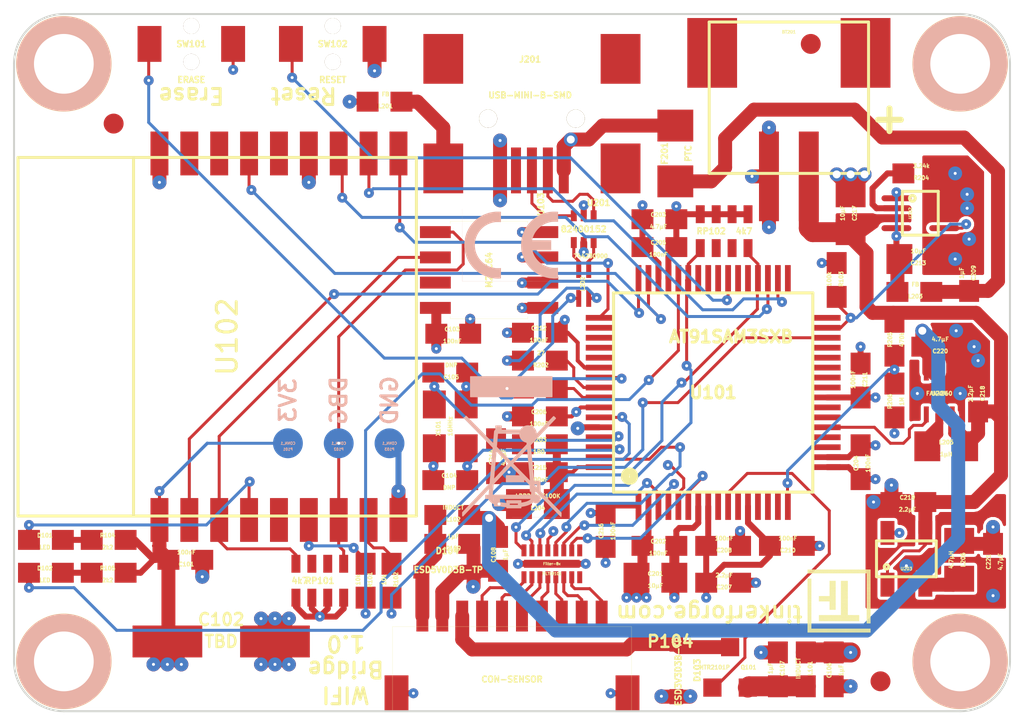
<source format=kicad_pcb>
(kicad_pcb (version 4) (host pcbnew "(2015-03-18 BZR 5525)-product")
  (layers (0 F.Cu signal) (1 GND signal hide) (2 VCC signal) (31 B.Cu signal hide) (34 B.Paste user) (35 F.Paste user) (36 B.SilkS user) (37 F.SilkS user) (38 B.Mask user) (39 F.Mask user) (44 Edge.Cuts user))
  (net 0 "")
  (net 1 GND)
  (net 2 VCC)
  (net 3 3V3)
  (net 4 "Net-(C107-Pad1)")
  (net 5 "Net-(C109-Pad1)")
  (net 6 +5V)
  (net 7 "Net-(C207-Pad1)")
  (net 8 "Net-(C209-Pad1)")
  (net 9 VBAT)
  (net 10 W-SCL)
  (net 11 W-SDA)
  (net 12 "Net-(C104-Pad1)")
  (net 13 "Net-(C105-Pad1)")
  (net 14 "Net-(C213-Pad1)")
  (net 15 "Net-(C214-Pad1)")
  (net 16 "Net-(C215-Pad1)")
  (net 17 "Net-(D101-Pad1)")
  (net 18 "Net-(D101-Pad2)")
  (net 19 "Net-(F201-Pad1)")
  (net 20 "Net-(J201-Pad6)")
  (net 21 "Net-(J201-Pad3)")
  (net 22 "Net-(J201-Pad2)")
  (net 23 "Net-(L205-Pad2)")
  (net 24 "Net-(L206-Pad1)")
  (net 25 "Net-(R101-Pad2)")
  (net 26 "Net-(R102-Pad2)")
  (net 27 "Net-(L202-Pad1)")
  (net 28 D+)
  (net 29 "Net-(L202-Pad4)")
  (net 30 D-)
  (net 31 "Net-(R204-Pad1)")
  (net 32 "Net-(SW101-Pad1)")
  (net 33 "Net-(SW102-Pad1)")
  (net 34 "Net-(L202-Pad2)")
  (net 35 "Net-(L202-Pad3)")
  (net 36 "Net-(FILTER101-Pad1)")
  (net 37 "Net-(FILTER101-Pad2)")
  (net 38 "Net-(FILTER101-Pad3)")
  (net 39 "Net-(FILTER101-Pad4)")
  (net 40 "Net-(FILTER101-Pad5)")
  (net 41 "Net-(FILTER101-Pad6)")
  (net 42 "Net-(FILTER101-Pad7)")
  (net 43 B-IO4)
  (net 44 B-IO3)
  (net 45 B-IO2)
  (net 46 B-IO1)
  (net 47 B-ADR)
  (net 48 B-SDA)
  (net 49 B-SCL)
  (net 50 SW-3V3)
  (net 51 W-IO15)
  (net 52 W-IO0)
  (net 53 W-EN)
  (net 54 W-RST)
  (net 55 W-TXD)
  (net 56 W-RXD)
  (net 57 W-GP)
  (net 58 CHST)
  (net 59 5VEN)
  (net 60 "Net-(D102-Pad1)")
  (net 61 LED)
  (net 62 "Net-(D103-Pad1)")
  (module kicad-libraries:0603E (layer F.Cu) (at 144.85 31.25 180)
    (fp_text reference C103 (at 0.05 0.225 180) (layer F.SilkS) (effects (font (size 0.2 0.2) (thickness 0.05))))
    (fp_text value 100nF (at 0.05 -0.375 180) (layer F.SilkS) (effects (font (size 0.2 0.2) (thickness 0.05))))
    (pad 1 smd rect (at -0.8501 0 180) (size 1.1 1) (layers F.Cu F.Paste F.Mask) (net 1 GND))
    (pad 2 smd rect (at 0.8501 0 180) (size 1.1 1) (layers F.Cu F.Paste F.Mask) (net 3 3V3))
  )
  (module kicad-libraries:0603E (layer F.Cu) (at 144.7 38.6 180)
    (fp_text reference C104 (at 0.05 0.225 180) (layer F.SilkS) (effects (font (size 0.2 0.2) (thickness 0.05))))
    (fp_text value DNP (at 0.05 -0.375 180) (layer F.SilkS) (effects (font (size 0.2 0.2) (thickness 0.05))))
    (pad 1 smd rect (at -0.8501 0 180) (size 1.1 1) (layers F.Cu F.Paste F.Mask) (net 12 "Net-(C104-Pad1)"))
    (pad 2 smd rect (at 0.8501 0 180) (size 1.1 1) (layers F.Cu F.Paste F.Mask) (net 1 GND))
  )
  (module kicad-libraries:0603E (layer F.Cu) (at 144.7 33.2)
    (fp_text reference C105 (at 0.05 0.225) (layer F.SilkS) (effects (font (size 0.2 0.2) (thickness 0.05))))
    (fp_text value DNP (at 0.05 -0.375) (layer F.SilkS) (effects (font (size 0.2 0.2) (thickness 0.05))))
    (pad 1 smd rect (at -0.8501 0) (size 1.1 1) (layers F.Cu F.Paste F.Mask) (net 13 "Net-(C105-Pad1)"))
    (pad 2 smd rect (at 0.8501 0) (size 1.1 1) (layers F.Cu F.Paste F.Mask) (net 1 GND))
  )
  (module kicad-libraries:0603E (layer F.Cu) (at 163.95 48.1 270)
    (fp_text reference C106 (at 0.05 0.225 270) (layer F.SilkS) (effects (font (size 0.2 0.2) (thickness 0.05))))
    (fp_text value 1µF (at 0.05 -0.375 270) (layer F.SilkS) (effects (font (size 0.2 0.2) (thickness 0.05))))
    (pad 1 smd rect (at -0.8501 0 270) (size 1.1 1) (layers F.Cu F.Paste F.Mask) (net 3 3V3))
    (pad 2 smd rect (at 0.8501 0 270) (size 1.1 1) (layers F.Cu F.Paste F.Mask) (net 1 GND))
  )
  (module kicad-libraries:0603E (layer F.Cu) (at 161.15 48.1 90)
    (fp_text reference C107 (at 0.05 0.225 90) (layer F.SilkS) (effects (font (size 0.2 0.2) (thickness 0.05))))
    (fp_text value 1µF (at 0.05 -0.375 90) (layer F.SilkS) (effects (font (size 0.2 0.2) (thickness 0.05))))
    (pad 1 smd rect (at -0.8501 0 90) (size 1.1 1) (layers F.Cu F.Paste F.Mask) (net 4 "Net-(C107-Pad1)"))
    (pad 2 smd rect (at 0.8501 0 90) (size 1.1 1) (layers F.Cu F.Paste F.Mask) (net 1 GND))
  )
  (module kicad-libraries:0603E (layer F.Cu) (at 147.1 42.3 270)
    (fp_text reference C108 (at 0.05 0.225 270) (layer F.SilkS) (effects (font (size 0.2 0.2) (thickness 0.05))))
    (fp_text value 1µF (at 0.05 -0.375 270) (layer F.SilkS) (effects (font (size 0.2 0.2) (thickness 0.05))))
    (pad 1 smd rect (at -0.8501 0 270) (size 1.1 1) (layers F.Cu F.Paste F.Mask) (net 6 +5V))
    (pad 2 smd rect (at 0.8501 0 270) (size 1.1 1) (layers F.Cu F.Paste F.Mask) (net 1 GND))
  )
  (module kicad-libraries:0603E (layer F.Cu) (at 144.8 41.8)
    (fp_text reference C109 (at 0.05 0.225) (layer F.SilkS) (effects (font (size 0.2 0.2) (thickness 0.05))))
    (fp_text value 1µF (at 0.05 -0.375) (layer F.SilkS) (effects (font (size 0.2 0.2) (thickness 0.05))))
    (pad 1 smd rect (at -0.8501 0) (size 1.1 1) (layers F.Cu F.Paste F.Mask) (net 5 "Net-(C109-Pad1)"))
    (pad 2 smd rect (at 0.8501 0) (size 1.1 1) (layers F.Cu F.Paste F.Mask) (net 1 GND))
  )
  (module kicad-libraries:0603E (layer F.Cu) (at 155.2 25.5 180)
    (fp_text reference C203 (at 0.05 0.225 180) (layer F.SilkS) (effects (font (size 0.2 0.2) (thickness 0.05))))
    (fp_text value 4.7µF (at 0.05 -0.375 180) (layer F.SilkS) (effects (font (size 0.2 0.2) (thickness 0.05))))
    (pad 1 smd rect (at -0.8501 0 180) (size 1.1 1) (layers F.Cu F.Paste F.Mask) (net 3 3V3))
    (pad 2 smd rect (at 0.8501 0 180) (size 1.1 1) (layers F.Cu F.Paste F.Mask) (net 1 GND))
  )
  (module kicad-libraries:0603E (layer F.Cu) (at 165.3 37.7 270)
    (fp_text reference C204 (at 0.05 0.225 270) (layer F.SilkS) (effects (font (size 0.2 0.2) (thickness 0.05))))
    (fp_text value 100nF (at 0.05 -0.375 270) (layer F.SilkS) (effects (font (size 0.2 0.2) (thickness 0.05))))
    (pad 1 smd rect (at -0.8501 0 270) (size 1.1 1) (layers F.Cu F.Paste F.Mask) (net 3 3V3))
    (pad 2 smd rect (at 0.8501 0 270) (size 1.1 1) (layers F.Cu F.Paste F.Mask) (net 1 GND))
  )
  (module kicad-libraries:0603E (layer F.Cu) (at 155.2 26.9 180)
    (fp_text reference C205 (at 0.05 0.225 180) (layer F.SilkS) (effects (font (size 0.2 0.2) (thickness 0.05))))
    (fp_text value 100nF (at 0.05 -0.375 180) (layer F.SilkS) (effects (font (size 0.2 0.2) (thickness 0.05))))
    (pad 1 smd rect (at -0.8501 0 180) (size 1.1 1) (layers F.Cu F.Paste F.Mask) (net 3 3V3))
    (pad 2 smd rect (at 0.8501 0 180) (size 1.1 1) (layers F.Cu F.Paste F.Mask) (net 1 GND))
  )
  (module kicad-libraries:0603E (layer F.Cu) (at 149.2 35.4 180)
    (fp_text reference C206 (at 0.05 0.225 180) (layer F.SilkS) (effects (font (size 0.2 0.2) (thickness 0.05))))
    (fp_text value 100nF (at 0.05 -0.375 180) (layer F.SilkS) (effects (font (size 0.2 0.2) (thickness 0.05))))
    (pad 1 smd rect (at -0.8501 0 180) (size 1.1 1) (layers F.Cu F.Paste F.Mask) (net 3 3V3))
    (pad 2 smd rect (at 0.8501 0 180) (size 1.1 1) (layers F.Cu F.Paste F.Mask) (net 1 GND))
  )
  (module kicad-libraries:0603E (layer F.Cu) (at 158.4 43.75)
    (fp_text reference C207 (at 0.05 0.225) (layer F.SilkS) (effects (font (size 0.2 0.2) (thickness 0.05))))
    (fp_text value 2.2µF (at 0.05 -0.375) (layer F.SilkS) (effects (font (size 0.2 0.2) (thickness 0.05))))
    (pad 1 smd rect (at -0.8501 0) (size 1.1 1) (layers F.Cu F.Paste F.Mask) (net 7 "Net-(C207-Pad1)"))
    (pad 2 smd rect (at 0.8501 0) (size 1.1 1) (layers F.Cu F.Paste F.Mask) (net 1 GND))
  )
  (module kicad-libraries:0603E (layer F.Cu) (at 158.4 41.9)
    (fp_text reference C208 (at 0.05 0.225) (layer F.SilkS) (effects (font (size 0.2 0.2) (thickness 0.05))))
    (fp_text value 100nF (at 0.05 -0.375) (layer F.SilkS) (effects (font (size 0.2 0.2) (thickness 0.05))))
    (pad 1 smd rect (at -0.8501 0) (size 1.1 1) (layers F.Cu F.Paste F.Mask) (net 7 "Net-(C207-Pad1)"))
    (pad 2 smd rect (at 0.8501 0) (size 1.1 1) (layers F.Cu F.Paste F.Mask) (net 1 GND))
  )
  (module kicad-libraries:0603E (layer F.Cu) (at 170.75 28.25 90)
    (fp_text reference C209 (at 0.05 0.225 90) (layer F.SilkS) (effects (font (size 0.2 0.2) (thickness 0.05))))
    (fp_text value 1µF (at 0.05 -0.375 90) (layer F.SilkS) (effects (font (size 0.2 0.2) (thickness 0.05))))
    (pad 1 smd rect (at -0.8501 0 90) (size 1.1 1) (layers F.Cu F.Paste F.Mask) (net 8 "Net-(C209-Pad1)"))
    (pad 2 smd rect (at 0.8501 0 90) (size 1.1 1) (layers F.Cu F.Paste F.Mask) (net 1 GND))
  )
  (module kicad-libraries:0603E (layer F.Cu) (at 162.55 48.1 90)
    (fp_text reference L101 (at 0.05 0.225 90) (layer F.SilkS) (effects (font (size 0.2 0.2) (thickness 0.05))))
    (fp_text value INDUCT (at 0.05 -0.375 90) (layer F.SilkS) (effects (font (size 0.2 0.2) (thickness 0.05))))
    (pad 1 smd rect (at -0.8501 0 90) (size 1.1 1) (layers F.Cu F.Paste F.Mask) (net 4 "Net-(C107-Pad1)"))
    (pad 2 smd rect (at 0.8501 0 90) (size 1.1 1) (layers F.Cu F.Paste F.Mask) (net 3 3V3))
  )
  (module kicad-libraries:0603E (layer F.Cu) (at 140.45 43.65 90)
    (fp_text reference R101 (at 0.05 0.225 90) (layer F.SilkS) (effects (font (size 0.2 0.2) (thickness 0.05))))
    (fp_text value 10k (at 0.05 -0.375 90) (layer F.SilkS) (effects (font (size 0.2 0.2) (thickness 0.05))))
    (pad 1 smd rect (at -0.8501 0 90) (size 1.1 1) (layers F.Cu F.Paste F.Mask) (net 51 W-IO15))
    (pad 2 smd rect (at 0.8501 0 90) (size 1.1 1) (layers F.Cu F.Paste F.Mask) (net 25 "Net-(R101-Pad2)"))
  )
  (module kicad-libraries:0603E (layer F.Cu) (at 141.75 43.65 90)
    (fp_text reference R102 (at 0.05 0.225 90) (layer F.SilkS) (effects (font (size 0.2 0.2) (thickness 0.05))))
    (fp_text value 10k (at 0.05 -0.375 90) (layer F.SilkS) (effects (font (size 0.2 0.2) (thickness 0.05))))
    (pad 1 smd rect (at -0.8501 0 90) (size 1.1 1) (layers F.Cu F.Paste F.Mask) (net 52 W-IO0))
    (pad 2 smd rect (at 0.8501 0 90) (size 1.1 1) (layers F.Cu F.Paste F.Mask) (net 26 "Net-(R102-Pad2)"))
  )
  (module kicad-libraries:0603E (layer F.Cu) (at 164.1 28.55 90)
    (fp_text reference R103 (at 0.05 0.225 90) (layer F.SilkS) (effects (font (size 0.2 0.2) (thickness 0.05))))
    (fp_text value 100k (at 0.05 -0.375 90) (layer F.SilkS) (effects (font (size 0.2 0.2) (thickness 0.05))))
    (pad 1 smd rect (at -0.8501 0 90) (size 1.1 1) (layers F.Cu F.Paste F.Mask) (net 58 CHST))
    (pad 2 smd rect (at 0.8501 0 90) (size 1.1 1) (layers F.Cu F.Paste F.Mask) (net 3 3V3))
  )
  (module kicad-libraries:0603E (layer F.Cu) (at 149.2 34)
    (fp_text reference R201 (at 0.05 0.225) (layer F.SilkS) (effects (font (size 0.2 0.2) (thickness 0.05))))
    (fp_text value 27 (at 0.05 -0.375) (layer F.SilkS) (effects (font (size 0.2 0.2) (thickness 0.05))))
    (pad 1 smd rect (at -0.8501 0) (size 1.1 1) (layers F.Cu F.Paste F.Mask) (net 27 "Net-(L202-Pad1)"))
    (pad 2 smd rect (at 0.8501 0) (size 1.1 1) (layers F.Cu F.Paste F.Mask) (net 28 D+))
  )
  (module kicad-libraries:0603E (layer F.Cu) (at 149.2 32.6)
    (fp_text reference R202 (at 0.05 0.225) (layer F.SilkS) (effects (font (size 0.2 0.2) (thickness 0.05))))
    (fp_text value 27 (at 0.05 -0.375) (layer F.SilkS) (effects (font (size 0.2 0.2) (thickness 0.05))))
    (pad 1 smd rect (at -0.8501 0) (size 1.1 1) (layers F.Cu F.Paste F.Mask) (net 29 "Net-(L202-Pad4)"))
    (pad 2 smd rect (at 0.8501 0) (size 1.1 1) (layers F.Cu F.Paste F.Mask) (net 30 D-))
  )
  (module kicad-libraries:0603E (layer F.Cu) (at 149.2 36.8 180)
    (fp_text reference R203 (at 0.05 0.225 180) (layer F.SilkS) (effects (font (size 0.2 0.2) (thickness 0.05))))
    (fp_text value 1R0 (at 0.05 -0.375 180) (layer F.SilkS) (effects (font (size 0.2 0.2) (thickness 0.05))))
    (pad 1 smd rect (at -0.8501 0 180) (size 1.1 1) (layers F.Cu F.Paste F.Mask) (net 16 "Net-(C215-Pad1)"))
    (pad 2 smd rect (at 0.8501 0 180) (size 1.1 1) (layers F.Cu F.Paste F.Mask) (net 15 "Net-(C214-Pad1)"))
  )
  (module kicad-libraries:LQFP64 (layer F.Cu) (at 157.9 34.2)
    (fp_text reference U101 (at 0 0) (layer F.SilkS) (effects (font (size 0.59944 0.59944) (thickness 0.14986))))
    (fp_text value AT91SAM3SXB (at 0.9 -2.8) (layer F.SilkS) (effects (font (size 0.59944 0.59944) (thickness 0.14986))))
    (pad 1 smd rect (at -3.74904 5.72262 180) (size 0.28956 1.34874) (layers F.Cu F.Paste F.Mask) (net 3 3V3))
    (pad 2 smd rect (at -3.24866 5.72262 180) (size 0.28956 1.34874) (layers F.Cu F.Paste F.Mask) (net 1 GND))
    (pad 3 smd rect (at -2.74828 5.72262 180) (size 0.28956 1.34874) (layers F.Cu F.Paste F.Mask) (net 47 B-ADR))
    (pad 4 smd rect (at -2.2479 5.72262 180) (size 0.28956 1.34874) (layers F.Cu F.Paste F.Mask) (net 44 B-IO3))
    (pad 5 smd rect (at -1.74752 5.72262 180) (size 0.28956 1.34874) (layers F.Cu F.Paste F.Mask) (net 46 B-IO1))
    (pad 6 smd rect (at -1.24968 5.72262 180) (size 0.28956 1.34874) (layers F.Cu F.Paste F.Mask) (net 43 B-IO4))
    (pad 7 smd rect (at -0.7493 5.72262 180) (size 0.28956 1.34874) (layers F.Cu F.Paste F.Mask) (net 3 3V3))
    (pad 8 smd rect (at -0.24892 5.72262 180) (size 0.28956 1.34874) (layers F.Cu F.Paste F.Mask) (net 7 "Net-(C207-Pad1)"))
    (pad 9 smd rect (at 0.24892 5.72262 180) (size 0.28956 1.34874) (layers F.Cu F.Paste F.Mask))
    (pad 10 smd rect (at 0.7493 5.72262 180) (size 0.28956 1.34874) (layers F.Cu F.Paste F.Mask) (net 50 SW-3V3))
    (pad 11 smd rect (at 1.24968 5.72262 180) (size 0.28956 1.34874) (layers F.Cu F.Paste F.Mask))
    (pad 12 smd rect (at 1.74752 5.72262 180) (size 0.28956 1.34874) (layers F.Cu F.Paste F.Mask) (net 7 "Net-(C207-Pad1)"))
    (pad 13 smd rect (at 2.2479 5.72262 180) (size 0.28956 1.34874) (layers F.Cu F.Paste F.Mask))
    (pad 14 smd rect (at 2.74828 5.72262 180) (size 0.28956 1.34874) (layers F.Cu F.Paste F.Mask))
    (pad 15 smd rect (at 3.24866 5.72262 180) (size 0.28956 1.34874) (layers F.Cu F.Paste F.Mask))
    (pad 16 smd rect (at 3.74904 5.72262 180) (size 0.28956 1.34874) (layers F.Cu F.Paste F.Mask) (net 9 VBAT))
    (pad 17 smd rect (at 5.72262 3.74904 270) (size 0.28956 1.34874) (layers F.Cu F.Paste F.Mask) (net 1 GND))
    (pad 18 smd rect (at 5.72262 3.24866 270) (size 0.28956 1.34874) (layers F.Cu F.Paste F.Mask) (net 3 3V3))
    (pad 19 smd rect (at 5.72262 2.74828 270) (size 0.28956 1.34874) (layers F.Cu F.Paste F.Mask))
    (pad 20 smd rect (at 5.72262 2.2479 270) (size 0.28956 1.34874) (layers F.Cu F.Paste F.Mask))
    (pad 21 smd rect (at 5.72262 1.74752 270) (size 0.28956 1.34874) (layers F.Cu F.Paste F.Mask) (net 59 5VEN))
    (pad 22 smd rect (at 5.72262 1.24968 270) (size 0.28956 1.34874) (layers F.Cu F.Paste F.Mask))
    (pad 23 smd rect (at 5.72262 0.7493 270) (size 0.28956 1.34874) (layers F.Cu F.Paste F.Mask))
    (pad 24 smd rect (at 5.72262 0.24892 270) (size 0.28956 1.34874) (layers F.Cu F.Paste F.Mask) (net 7 "Net-(C207-Pad1)"))
    (pad 25 smd rect (at 5.72262 -0.24892 270) (size 0.28956 1.34874) (layers F.Cu F.Paste F.Mask))
    (pad 26 smd rect (at 5.72262 -0.7493 270) (size 0.28956 1.34874) (layers F.Cu F.Paste F.Mask))
    (pad 27 smd rect (at 5.72262 -1.24968 270) (size 0.28956 1.34874) (layers F.Cu F.Paste F.Mask))
    (pad 28 smd rect (at 5.72262 -1.74752 270) (size 0.28956 1.34874) (layers F.Cu F.Paste F.Mask))
    (pad 29 smd rect (at 5.72262 -2.2479 270) (size 0.28956 1.34874) (layers F.Cu F.Paste F.Mask))
    (pad 30 smd rect (at 5.72262 -2.74828 270) (size 0.28956 1.34874) (layers F.Cu F.Paste F.Mask) (net 52 W-IO0))
    (pad 31 smd rect (at 5.72262 -3.24866 270) (size 0.28956 1.34874) (layers F.Cu F.Paste F.Mask) (net 58 CHST))
    (pad 32 smd rect (at 5.72262 -3.74904 270) (size 0.28956 1.34874) (layers F.Cu F.Paste F.Mask))
    (pad 33 smd rect (at 3.74904 -5.72262) (size 0.28956 1.34874) (layers F.Cu F.Paste F.Mask))
    (pad 34 smd rect (at 3.24866 -5.72262) (size 0.28956 1.34874) (layers F.Cu F.Paste F.Mask) (net 56 W-RXD))
    (pad 35 smd rect (at 2.74828 -5.72262) (size 0.28956 1.34874) (layers F.Cu F.Paste F.Mask) (net 55 W-TXD))
    (pad 36 smd rect (at 2.2479 -5.72262) (size 0.28956 1.34874) (layers F.Cu F.Paste F.Mask) (net 49 B-SCL))
    (pad 37 smd rect (at 1.74752 -5.72262) (size 0.28956 1.34874) (layers F.Cu F.Paste F.Mask))
    (pad 38 smd rect (at 1.24968 -5.72262) (size 0.28956 1.34874) (layers F.Cu F.Paste F.Mask))
    (pad 39 smd rect (at 0.7493 -5.72262) (size 0.28956 1.34874) (layers F.Cu F.Paste F.Mask) (net 33 "Net-(SW102-Pad1)"))
    (pad 40 smd rect (at 0.24892 -5.72262) (size 0.28956 1.34874) (layers F.Cu F.Paste F.Mask))
    (pad 41 smd rect (at -0.24892 -5.72262) (size 0.28956 1.34874) (layers F.Cu F.Paste F.Mask))
    (pad 42 smd rect (at -0.7493 -5.72262) (size 0.28956 1.34874) (layers F.Cu F.Paste F.Mask))
    (pad 43 smd rect (at -1.24968 -5.72262) (size 0.28956 1.34874) (layers F.Cu F.Paste F.Mask) (net 48 B-SDA))
    (pad 44 smd rect (at -1.74752 -5.72262) (size 0.28956 1.34874) (layers F.Cu F.Paste F.Mask) (net 51 W-IO15))
    (pad 45 smd rect (at -2.2479 -5.72262) (size 0.28956 1.34874) (layers F.Cu F.Paste F.Mask) (net 3 3V3))
    (pad 46 smd rect (at -2.74828 -5.72262) (size 0.28956 1.34874) (layers F.Cu F.Paste F.Mask) (net 1 GND))
    (pad 47 smd rect (at -3.24866 -5.72262) (size 0.28956 1.34874) (layers F.Cu F.Paste F.Mask) (net 54 W-RST))
    (pad 48 smd rect (at -3.74904 -5.72262) (size 0.28956 1.34874) (layers F.Cu F.Paste F.Mask) (net 53 W-EN))
    (pad 49 smd rect (at -5.72262 -3.74904 90) (size 0.28956 1.34874) (layers F.Cu F.Paste F.Mask) (net 57 W-GP))
    (pad 50 smd rect (at -5.72262 -3.24866 90) (size 0.28956 1.34874) (layers F.Cu F.Paste F.Mask))
    (pad 51 smd rect (at -5.72262 -2.74828 90) (size 0.28956 1.34874) (layers F.Cu F.Paste F.Mask))
    (pad 52 smd rect (at -5.72262 -2.2479 90) (size 0.28956 1.34874) (layers F.Cu F.Paste F.Mask))
    (pad 53 smd rect (at -5.72262 -1.74752 90) (size 0.28956 1.34874) (layers F.Cu F.Paste F.Mask))
    (pad 54 smd rect (at -5.72262 -1.24968 90) (size 0.28956 1.34874) (layers F.Cu F.Paste F.Mask) (net 7 "Net-(C207-Pad1)"))
    (pad 55 smd rect (at -5.72262 -0.7493 90) (size 0.28956 1.34874) (layers F.Cu F.Paste F.Mask) (net 32 "Net-(SW101-Pad1)"))
    (pad 56 smd rect (at -5.72262 -0.24892 90) (size 0.28956 1.34874) (layers F.Cu F.Paste F.Mask) (net 30 D-))
    (pad 57 smd rect (at -5.72262 0.24892 90) (size 0.28956 1.34874) (layers F.Cu F.Paste F.Mask) (net 28 D+))
    (pad 58 smd rect (at -5.72262 0.7493 90) (size 0.28956 1.34874) (layers F.Cu F.Paste F.Mask) (net 3 3V3))
    (pad 59 smd rect (at -5.72262 1.24968 90) (size 0.28956 1.34874) (layers F.Cu F.Paste F.Mask) (net 61 LED))
    (pad 60 smd rect (at -5.72262 1.74752 90) (size 0.28956 1.34874) (layers F.Cu F.Paste F.Mask) (net 1 GND))
    (pad 61 smd rect (at -5.72262 2.2479 90) (size 0.28956 1.34874) (layers F.Cu F.Paste F.Mask) (net 13 "Net-(C105-Pad1)"))
    (pad 62 smd rect (at -5.72262 2.74828 90) (size 0.28956 1.34874) (layers F.Cu F.Paste F.Mask) (net 12 "Net-(C104-Pad1)"))
    (pad 63 smd rect (at -5.72262 3.24866 90) (size 0.28956 1.34874) (layers F.Cu F.Paste F.Mask) (net 45 B-IO2))
    (pad 64 smd rect (at -5.72262 3.74904 90) (size 0.28956 1.34874) (layers F.Cu F.Paste F.Mask) (net 16 "Net-(C215-Pad1)"))
  )
  (module kicad-libraries:JST-PH-SM4-2 (layer F.Cu) (at 161.7 15.6)
    (fp_text reference BT201 (at 0 0.5) (layer F.SilkS) (effects (font (size 0.15 0.15) (thickness 0.0375))))
    (fp_text value BATTERY)
    (pad 2 smd rect (at -1 7.75) (size 1 4.5) (layers F.Cu F.Paste F.Mask) (net 1 GND))
    (pad 1 smd rect (at 1 7.75) (size 1 4.5) (layers F.Cu F.Paste F.Mask) (net 2 VCC))
    (pad "" connect rect (at 3.85 1.55) (size 2.5 3.5) (layers F.Cu F.Mask))
    (pad "" connect rect (at -3.85 1.55) (size 2.5 3.5) (layers F.Cu F.Mask))
  )
  (module kicad-libraries:0603E (layer F.Cu) (at 161.6 41.9)
    (fp_text reference C210 (at 0.05 0.225) (layer F.SilkS) (effects (font (size 0.2 0.2) (thickness 0.05))))
    (fp_text value 100nF (at 0.05 -0.375) (layer F.SilkS) (effects (font (size 0.2 0.2) (thickness 0.05))))
    (pad 1 smd rect (at -0.8501 0) (size 1.1 1) (layers F.Cu F.Paste F.Mask) (net 7 "Net-(C207-Pad1)"))
    (pad 2 smd rect (at 0.8501 0) (size 1.1 1) (layers F.Cu F.Paste F.Mask) (net 1 GND))
  )
  (module kicad-libraries:0603E (layer F.Cu) (at 165.3 33.6 90)
    (fp_text reference C211 (at 0.05 0.225 90) (layer F.SilkS) (effects (font (size 0.2 0.2) (thickness 0.05))))
    (fp_text value 100nF (at 0.05 -0.375 90) (layer F.SilkS) (effects (font (size 0.2 0.2) (thickness 0.05))))
    (pad 1 smd rect (at -0.8501 0 90) (size 1.1 1) (layers F.Cu F.Paste F.Mask) (net 7 "Net-(C207-Pad1)"))
    (pad 2 smd rect (at 0.8501 0 90) (size 1.1 1) (layers F.Cu F.Paste F.Mask) (net 1 GND))
  )
  (module kicad-libraries:0603E (layer F.Cu) (at 149.2 31.2 180)
    (fp_text reference C212 (at 0.05 0.225 180) (layer F.SilkS) (effects (font (size 0.2 0.2) (thickness 0.05))))
    (fp_text value 100nF (at 0.05 -0.375 180) (layer F.SilkS) (effects (font (size 0.2 0.2) (thickness 0.05))))
    (pad 1 smd rect (at -0.8501 0 180) (size 1.1 1) (layers F.Cu F.Paste F.Mask) (net 7 "Net-(C207-Pad1)"))
    (pad 2 smd rect (at 0.8501 0 180) (size 1.1 1) (layers F.Cu F.Paste F.Mask) (net 1 GND))
  )
  (module kicad-libraries:0805E (layer F.Cu) (at 168.2 27.5)
    (fp_text reference C213 (at 0 0.2) (layer F.SilkS) (effects (font (size 0.2 0.2) (thickness 0.05))))
    (fp_text value 10µF (at 0 -0.4) (layer F.SilkS) (effects (font (size 0.2 0.2) (thickness 0.05))))
    (pad 1 smd rect (at -0.95 0) (size 1.3 1.5) (layers F.Cu F.Paste F.Mask) (net 14 "Net-(C213-Pad1)") (clearance 0.14986))
    (pad 2 smd rect (at 0.95 0) (size 1.3 1.5) (layers F.Cu F.Paste F.Mask) (net 1 GND) (clearance 0.14986))
  )
  (module kicad-libraries:0603E (layer F.Cu) (at 147 37.4 270)
    (fp_text reference C214 (at 0.05 0.225 270) (layer F.SilkS) (effects (font (size 0.2 0.2) (thickness 0.05))))
    (fp_text value 4.7µF (at 0.05 -0.375 270) (layer F.SilkS) (effects (font (size 0.2 0.2) (thickness 0.05))))
    (pad 1 smd rect (at -0.8501 0 270) (size 1.1 1) (layers F.Cu F.Paste F.Mask) (net 15 "Net-(C214-Pad1)"))
    (pad 2 smd rect (at 0.8501 0 270) (size 1.1 1) (layers F.Cu F.Paste F.Mask) (net 1 GND))
  )
  (module kicad-libraries:0603E (layer F.Cu) (at 149.2 38.2 180)
    (fp_text reference C215 (at 0.05 0.225 180) (layer F.SilkS) (effects (font (size 0.2 0.2) (thickness 0.05))))
    (fp_text value 100nF (at 0.05 -0.375 180) (layer F.SilkS) (effects (font (size 0.2 0.2) (thickness 0.05))))
    (pad 1 smd rect (at -0.8501 0 180) (size 1.1 1) (layers F.Cu F.Paste F.Mask) (net 16 "Net-(C215-Pad1)"))
    (pad 2 smd rect (at 0.8501 0 180) (size 1.1 1) (layers F.Cu F.Paste F.Mask) (net 1 GND))
  )
  (module kicad-libraries:0603E (layer F.Cu) (at 152.5 41.1 270)
    (fp_text reference C216 (at 0.05 0.225 270) (layer F.SilkS) (effects (font (size 0.2 0.2) (thickness 0.05))))
    (fp_text value 100nF (at 0.05 -0.375 270) (layer F.SilkS) (effects (font (size 0.2 0.2) (thickness 0.05))))
    (pad 1 smd rect (at -0.8501 0 270) (size 1.1 1) (layers F.Cu F.Paste F.Mask) (net 3 3V3))
    (pad 2 smd rect (at 0.8501 0 270) (size 1.1 1) (layers F.Cu F.Paste F.Mask) (net 1 GND))
  )
  (module kicad-libraries:0805E (layer F.Cu) (at 164.8 25.2 90)
    (fp_text reference C217 (at 0 0.2 90) (layer F.SilkS) (effects (font (size 0.2 0.2) (thickness 0.05))))
    (fp_text value 10µF (at 0 -0.4 90) (layer F.SilkS) (effects (font (size 0.2 0.2) (thickness 0.05))))
    (pad 1 smd rect (at -0.95 0 90) (size 1.3 1.5) (layers F.Cu F.Paste F.Mask) (net 2 VCC) (clearance 0.14986))
    (pad 2 smd rect (at 0.95 0 90) (size 1.3 1.5) (layers F.Cu F.Paste F.Mask) (net 1 GND) (clearance 0.14986))
  )
  (module kicad-libraries:0603E (layer F.Cu) (at 171.2 34.3 90)
    (fp_text reference C218 (at 0.05 0.225 90) (layer F.SilkS) (effects (font (size 0.2 0.2) (thickness 0.05))))
    (fp_text value 2.2µF (at 0.05 -0.375 90) (layer F.SilkS) (effects (font (size 0.2 0.2) (thickness 0.05))))
    (pad 1 smd rect (at -0.8501 0 90) (size 1.1 1) (layers F.Cu F.Paste F.Mask) (net 2 VCC))
    (pad 2 smd rect (at 0.8501 0 90) (size 1.1 1) (layers F.Cu F.Paste F.Mask) (net 1 GND))
  )
  (module kicad-libraries:0603E (layer F.Cu) (at 167.7 39.7 180)
    (fp_text reference C219 (at 0.05 0.225 180) (layer F.SilkS) (effects (font (size 0.2 0.2) (thickness 0.05))))
    (fp_text value 2.2µF (at 0.05 -0.375 180) (layer F.SilkS) (effects (font (size 0.2 0.2) (thickness 0.05))))
    (pad 1 smd rect (at -0.8501 0 180) (size 1.1 1) (layers F.Cu F.Paste F.Mask) (net 2 VCC))
    (pad 2 smd rect (at 0.8501 0 180) (size 1.1 1) (layers F.Cu F.Paste F.Mask) (net 1 GND))
  )
  (module kicad-libraries:0603E (layer F.Cu) (at 169.25 31.9)
    (fp_text reference C220 (at 0.05 0.225) (layer F.SilkS) (effects (font (size 0.2 0.2) (thickness 0.05))))
    (fp_text value 4.7µF (at 0.05 -0.375) (layer F.SilkS) (effects (font (size 0.2 0.2) (thickness 0.05))))
    (pad 1 smd rect (at -0.8501 0) (size 1.1 1) (layers F.Cu F.Paste F.Mask) (net 6 +5V))
    (pad 2 smd rect (at 0.8501 0) (size 1.1 1) (layers F.Cu F.Paste F.Mask) (net 1 GND))
  )
  (module kicad-libraries:0603E (layer F.Cu) (at 171.95 42.65 270)
    (fp_text reference C221 (at 0.05 0.225 270) (layer F.SilkS) (effects (font (size 0.2 0.2) (thickness 0.05))))
    (fp_text value 4.7µF (at 0.05 -0.375 270) (layer F.SilkS) (effects (font (size 0.2 0.2) (thickness 0.05))))
    (pad 1 smd rect (at -0.8501 0 270) (size 1.1 1) (layers F.Cu F.Paste F.Mask) (net 3 3V3))
    (pad 2 smd rect (at 0.8501 0 270) (size 1.1 1) (layers F.Cu F.Paste F.Mask) (net 1 GND))
  )
  (module kicad-libraries:1206E (layer F.Cu) (at 156 22.2 270)
    (fp_text reference F201 (at 0 0.5375 270) (layer F.SilkS) (effects (font (size 0.3 0.3) (thickness 0.075))))
    (fp_text value PTC (at 0 -0.65 270) (layer F.SilkS) (effects (font (size 0.3 0.3) (thickness 0.075))))
    (pad 1 smd rect (at -1.4 0 270) (size 1.6 1.8) (layers F.Cu F.Paste F.Mask) (net 19 "Net-(F201-Pad1)"))
    (pad 2 smd rect (at 1.4 0 270) (size 1.6 1.8) (layers F.Cu F.Paste F.Mask) (net 8 "Net-(C209-Pad1)"))
  )
  (module kicad-libraries:DFN16-33x135 (layer F.Cu) (at 149.8 42.8 180)
    (fp_text reference FILTER101 (at 0 -0.5 180) (layer F.SilkS) (effects (font (size 0.127 0.127) (thickness 0.03175))))
    (fp_text value Filter-8x (at 0 0 180) (layer F.SilkS) (effects (font (size 0.127 0.127) (thickness 0.03175))))
    (pad 1 smd rect (at 1.4 -0.675 180) (size 0.25 0.6) (layers F.Cu F.Paste F.Mask) (net 36 "Net-(FILTER101-Pad1)"))
    (pad 2 smd rect (at 1 -0.675 180) (size 0.25 0.6) (layers F.Cu F.Paste F.Mask) (net 37 "Net-(FILTER101-Pad2)"))
    (pad 3 smd rect (at 0.6 -0.675 180) (size 0.25 0.6) (layers F.Cu F.Paste F.Mask) (net 38 "Net-(FILTER101-Pad3)"))
    (pad 4 smd rect (at 0.2 -0.675 180) (size 0.25 0.6) (layers F.Cu F.Paste F.Mask) (net 39 "Net-(FILTER101-Pad4)"))
    (pad 5 smd rect (at -0.2 -0.675 180) (size 0.25 0.6) (layers F.Cu F.Paste F.Mask) (net 40 "Net-(FILTER101-Pad5)"))
    (pad 6 smd rect (at -0.6 -0.675 180) (size 0.25 0.6) (layers F.Cu F.Paste F.Mask) (net 41 "Net-(FILTER101-Pad6)"))
    (pad 7 smd rect (at -1 -0.675 180) (size 0.25 0.6) (layers F.Cu F.Paste F.Mask) (net 42 "Net-(FILTER101-Pad7)"))
    (pad 8 smd rect (at -1.4 -0.675 180) (size 0.25 0.6) (layers F.Cu F.Paste F.Mask))
    (pad 9 smd rect (at -1.4 0.675 180) (size 0.25 0.6) (layers F.Cu F.Paste F.Mask))
    (pad 10 smd rect (at -1 0.675 180) (size 0.25 0.6) (layers F.Cu F.Paste F.Mask) (net 43 B-IO4))
    (pad 11 smd rect (at -0.6 0.675 180) (size 0.25 0.6) (layers F.Cu F.Paste F.Mask) (net 44 B-IO3))
    (pad 12 smd rect (at -0.2 0.675 180) (size 0.25 0.6) (layers F.Cu F.Paste F.Mask) (net 45 B-IO2))
    (pad 13 smd rect (at 0.2 0.675 180) (size 0.25 0.6) (layers F.Cu F.Paste F.Mask) (net 46 B-IO1))
    (pad 14 smd rect (at 0.6 0.675 180) (size 0.25 0.6) (layers F.Cu F.Paste F.Mask) (net 47 B-ADR))
    (pad 15 smd rect (at 1 0.675 180) (size 0.25 0.6) (layers F.Cu F.Paste F.Mask) (net 48 B-SDA))
    (pad 16 smd rect (at 1.4 0.675 180) (size 0.25 0.6) (layers F.Cu F.Paste F.Mask) (net 49 B-SCL))
    (pad EXP smd rect (at 0 0 180) (size 2.8 0.4) (layers F.Cu F.Paste F.Mask) (net 1 GND))
  )
  (module kicad-libraries:USB-MINI-B-SMD (layer F.Cu) (at 148.8 15.2)
    (fp_text reference J201 (at -0.0891 2.275) (layer F.SilkS) (effects (font (size 0.29972 0.29972) (thickness 0.0762))))
    (fp_text value USB-MINI-B-SMD (at -0.0891 4.075) (layer F.SilkS) (effects (font (size 0.29972 0.29972) (thickness 0.0762))))
    (pad "" smd rect (at 4.45008 2.25044) (size 1.99898 2.49936) (layers F.Cu F.Paste F.Mask) (clearance 0.14986))
    (pad "" smd rect (at 4.45008 7.74954) (size 1.99898 2.49936) (layers F.Cu F.Paste F.Mask))
    (pad 6 smd rect (at -4.45008 7.74954) (size 1.99898 2.49936) (layers F.Cu F.Paste F.Mask) (net 20 "Net-(J201-Pad6)"))
    (pad "" smd rect (at -4.45008 2.25044) (size 1.99898 2.49936) (layers F.Cu F.Paste F.Mask))
    (pad "" thru_hole circle (at 2.19964 5.25018) (size 0.90932 0.90932) (drill 0.89916) (layers *.Cu *.Mask F.SilkS) (clearance 0.14986))
    (pad "" thru_hole circle (at -2.19964 5.25018) (size 0.90932 0.90932) (drill 0.89916) (layers *.Cu *.Mask F.SilkS) (clearance 0.14986))
    (pad 5 smd rect (at -1.6002 7.85114) (size 0.50038 2.30124) (layers F.Cu F.Paste F.Mask) (net 1 GND) (clearance 0.14986))
    (pad 4 smd rect (at -0.8001 7.85114) (size 0.50038 2.30124) (layers F.Cu F.Paste F.Mask) (clearance 0.14986))
    (pad 3 smd rect (at 0 7.85114) (size 0.50038 2.30124) (layers F.Cu F.Paste F.Mask) (net 21 "Net-(J201-Pad3)") (clearance 0.14986))
    (pad 2 smd rect (at 0.8001 7.85114) (size 0.50038 2.30124) (layers F.Cu F.Paste F.Mask) (net 22 "Net-(J201-Pad2)") (clearance 0.14986))
    (pad 1 smd rect (at 1.6002 7.85114) (size 0.50038 2.30124) (layers F.Cu F.Paste F.Mask) (net 19 "Net-(F201-Pad1)") (clearance 0.14986))
  )
  (module kicad-libraries:0603E (layer F.Cu) (at 168 29.15)
    (fp_text reference L203 (at 0.05 0.225) (layer F.SilkS) (effects (font (size 0.2 0.2) (thickness 0.05))))
    (fp_text value FB (at 0.05 -0.375) (layer F.SilkS) (effects (font (size 0.2 0.2) (thickness 0.05))))
    (pad 1 smd rect (at -0.8501 0) (size 1.1 1) (layers F.Cu F.Paste F.Mask) (net 14 "Net-(C213-Pad1)"))
    (pad 2 smd rect (at 0.8501 0) (size 1.1 1) (layers F.Cu F.Paste F.Mask) (net 8 "Net-(C209-Pad1)"))
  )
  (module kicad-libraries:0805E (layer F.Cu) (at 149.1 39.8)
    (fp_text reference L204 (at 0 0.2) (layer F.SilkS) (effects (font (size 0.2 0.2) (thickness 0.05))))
    (fp_text value LBR2012T100K (at 0 -0.4) (layer F.SilkS) (effects (font (size 0.2 0.2) (thickness 0.05))))
    (pad 1 smd rect (at -0.95 0) (size 1.3 1.5) (layers F.Cu F.Paste F.Mask) (net 7 "Net-(C207-Pad1)") (clearance 0.14986))
    (pad 2 smd rect (at 0.95 0) (size 1.3 1.5) (layers F.Cu F.Paste F.Mask) (net 16 "Net-(C215-Pad1)") (clearance 0.14986))
  )
  (module kicad-libraries:0805E (layer F.Cu) (at 169.6 36.9 180)
    (fp_text reference L205 (at 0 0.2 180) (layer F.SilkS) (effects (font (size 0.2 0.2) (thickness 0.05))))
    (fp_text value 1µH (at 0 -0.4 180) (layer F.SilkS) (effects (font (size 0.2 0.2) (thickness 0.05))))
    (pad 1 smd rect (at -0.95 0 180) (size 1.3 1.5) (layers F.Cu F.Paste F.Mask) (net 2 VCC) (clearance 0.14986))
    (pad 2 smd rect (at 0.95 0 180) (size 1.3 1.5) (layers F.Cu F.Paste F.Mask) (net 23 "Net-(L205-Pad2)") (clearance 0.14986))
  )
  (module kicad-libraries:0805E (layer F.Cu) (at 170.25 42.6 90)
    (fp_text reference L206 (at 0 0.2 90) (layer F.SilkS) (effects (font (size 0.2 0.2) (thickness 0.05))))
    (fp_text value 4.7µH (at 0 -0.4 90) (layer F.SilkS) (effects (font (size 0.2 0.2) (thickness 0.05))))
    (pad 1 smd rect (at -0.95 0 90) (size 1.3 1.5) (layers F.Cu F.Paste F.Mask) (net 24 "Net-(L206-Pad1)") (clearance 0.14986))
    (pad 2 smd rect (at 0.95 0 90) (size 1.3 1.5) (layers F.Cu F.Paste F.Mask) (net 3 3V3) (clearance 0.14986))
  )
  (module kicad-libraries:SOT23GDS (layer F.Cu) (at 158.75 48 180)
    (fp_text reference Q101 (at -0.925 0 180) (layer F.SilkS) (effects (font (size 0.2 0.2) (thickness 0.05))))
    (fp_text value NTR2101P (at 0.775 0 180) (layer F.SilkS) (effects (font (size 0.2 0.2) (thickness 0.05))))
    (pad S smd rect (at -0.889 -1.016 180) (size 0.9144 0.9144) (layers F.Cu F.Paste F.Mask) (net 4 "Net-(C107-Pad1)"))
    (pad G smd rect (at 0.889 -1.016 180) (size 0.9144 0.9144) (layers F.Cu F.Paste F.Mask) (net 50 SW-3V3))
    (pad D smd rect (at 0 1.016 180) (size 0.9144 0.9144) (layers F.Cu F.Paste F.Mask) (net 62 "Net-(D103-Pad1)"))
  )
  (module kicad-libraries:0603E (layer F.Cu) (at 168.3 23.2)
    (fp_text reference R204 (at 0.05 0.225) (layer F.SilkS) (effects (font (size 0.2 0.2) (thickness 0.05))))
    (fp_text value 3.24k (at 0.05 -0.375) (layer F.SilkS) (effects (font (size 0.2 0.2) (thickness 0.05))))
    (pad 1 smd rect (at -0.8501 0) (size 1.1 1) (layers F.Cu F.Paste F.Mask) (net 31 "Net-(R204-Pad1)"))
    (pad 2 smd rect (at 0.8501 0) (size 1.1 1) (layers F.Cu F.Paste F.Mask) (net 1 GND))
  )
  (module kicad-libraries:0603E (layer F.Cu) (at 167 31.5 270)
    (fp_text reference R205 (at 0.05 0.225 270) (layer F.SilkS) (effects (font (size 0.2 0.2) (thickness 0.05))))
    (fp_text value 470k (at 0.05 -0.375 270) (layer F.SilkS) (effects (font (size 0.2 0.2) (thickness 0.05))))
    (pad 1 smd rect (at -0.8501 0 270) (size 1.1 1) (layers F.Cu F.Paste F.Mask) (net 2 VCC))
    (pad 2 smd rect (at 0.8501 0 270) (size 1.1 1) (layers F.Cu F.Paste F.Mask) (net 9 VBAT))
  )
  (module kicad-libraries:0603E (layer F.Cu) (at 167 34.6 270)
    (fp_text reference R206 (at 0.05 0.225 270) (layer F.SilkS) (effects (font (size 0.2 0.2) (thickness 0.05))))
    (fp_text value 1M (at 0.05 -0.375 270) (layer F.SilkS) (effects (font (size 0.2 0.2) (thickness 0.05))))
    (pad 1 smd rect (at -0.8501 0 270) (size 1.1 1) (layers F.Cu F.Paste F.Mask) (net 9 VBAT))
    (pad 2 smd rect (at 0.8501 0 270) (size 1.1 1) (layers F.Cu F.Paste F.Mask) (net 1 GND))
  )
  (module kicad-libraries:0603X4 (layer F.Cu) (at 138.15 43.65 180)
    (fp_text reference RP101 (at 0 0 180) (layer F.SilkS) (effects (font (size 0.29972 0.29972) (thickness 0.0762))))
    (fp_text value 4k7 (at 1.00076 0 180) (layer F.SilkS) (effects (font (size 0.29972 0.29972) (thickness 0.0762))))
    (pad 1 smd rect (at 1.19888 -0.8509 180) (size 0.44958 0.89916) (layers F.Cu F.Paste F.Mask) (net 3 3V3))
    (pad 2 smd rect (at 0.39878 -0.8509 180) (size 0.44958 0.89916) (layers F.Cu F.Paste F.Mask) (net 3 3V3))
    (pad 3 smd rect (at -0.39878 -0.8509 180) (size 0.44958 0.89916) (layers F.Cu F.Paste F.Mask) (net 3 3V3))
    (pad 4 smd rect (at -1.19888 -0.8509 180) (size 0.44958 0.89916) (layers F.Cu F.Paste F.Mask) (net 3 3V3))
    (pad 5 smd rect (at -1.19888 0.8509 180) (size 0.44958 0.89916) (layers F.Cu F.Paste F.Mask) (net 11 W-SDA))
    (pad 6 smd rect (at -0.39878 0.8509 180) (size 0.44958 0.89916) (layers F.Cu F.Paste F.Mask))
    (pad 7 smd rect (at 0.39878 0.8509 180) (size 0.44958 0.89916) (layers F.Cu F.Paste F.Mask))
    (pad 8 smd rect (at 1.19888 0.8509 180) (size 0.44958 0.89916) (layers F.Cu F.Paste F.Mask) (net 10 W-SCL))
  )
  (module kicad-libraries:TSOT-25 (layer F.Cu) (at 167.6 42.55)
    (fp_text reference U203 (at 0 0.5) (layer F.SilkS) (effects (font (size 0.15 0.15) (thickness 0.0375))))
    (fp_text value PAM2301)
    (pad 1 smd rect (at -0.95 1.3) (size 0.7 1.2) (layers F.Cu F.Paste F.Mask) (net 2 VCC))
    (pad 2 smd rect (at 0 1.3) (size 0.7 1.2) (layers F.Cu F.Paste F.Mask) (net 1 GND))
    (pad 3 smd rect (at 0.95 1.3) (size 0.7 1.2) (layers F.Cu F.Paste F.Mask) (net 24 "Net-(L206-Pad1)"))
    (pad 4 smd rect (at 0.95 -1.3) (size 0.7 1.2) (layers F.Cu F.Paste F.Mask) (net 2 VCC))
    (pad 5 smd rect (at -0.95 -1.3) (size 0.7 1.2) (layers F.Cu F.Paste F.Mask) (net 3 3V3))
  )
  (module kicad-libraries:UMLP_22 (layer F.Cu) (at 169.25 34.25)
    (fp_text reference U204 (at 0 0) (layer F.SilkS) (effects (font (size 0.2 0.2) (thickness 0.05))))
    (fp_text value FAN4860 (at 0 0) (layer F.SilkS) (effects (font (size 0.2 0.2) (thickness 0.05))))
    (pad 3 smd rect (at -0.65 -1.05) (size 0.25 0.8) (layers F.Cu F.Paste F.Mask) (net 6 +5V))
    (pad 2 smd rect (at 0 -1.05) (size 0.25 0.8) (layers F.Cu F.Paste F.Mask) (net 6 +5V))
    (pad 1 smd rect (at 0.65 -1.05) (size 0.25 0.8) (layers F.Cu F.Paste F.Mask) (net 1 GND))
    (pad 4 smd rect (at -0.65 1.05) (size 0.25 0.8) (layers F.Cu F.Paste F.Mask) (net 59 5VEN))
    (pad 5 smd rect (at 0 1.05) (size 0.25 0.8) (layers F.Cu F.Paste F.Mask) (net 23 "Net-(L205-Pad2)"))
    (pad 6 smd rect (at 0.65 1.05) (size 0.25 0.8) (layers F.Cu F.Paste F.Mask) (net 2 VCC))
    (pad EP smd rect (at 0 0) (size 1.45 0.8) (layers F.Cu F.Paste F.Mask) (net 1 GND))
  )
  (module kicad-libraries:CRYSTAL_3225 (layer F.Cu) (at 144.7 35.9 90)
    (fp_text reference X101 (at -0.1 -0.6 90) (layer F.SilkS) (effects (font (size 0.2 0.2) (thickness 0.05))))
    (fp_text value 16MHz (at 0 0 90) (layer F.SilkS) (effects (font (size 0.2 0.2) (thickness 0.05))))
    (pad 3 smd rect (at -1.09982 -0.8001 90) (size 1.39954 1.15062) (layers F.Cu F.Paste F.Mask) (net 1 GND))
    (pad 2 smd rect (at 1.09982 -0.8001 90) (size 1.39954 1.15062) (layers F.Cu F.Paste F.Mask) (net 13 "Net-(C105-Pad1)"))
    (pad 1 smd rect (at -1.09982 0.8001 90) (size 1.39954 1.15062) (layers F.Cu F.Paste F.Mask) (net 12 "Net-(C104-Pad1)"))
    (pad 3 smd rect (at 1.09982 0.8001 90) (size 1.39954 1.15062) (layers F.Cu F.Paste F.Mask) (net 1 GND))
  )
  (module kicad-libraries:0603E (layer F.Cu) (at 131.4 42.6)
    (fp_text reference C101 (at 0.05 0.225) (layer F.SilkS) (effects (font (size 0.2 0.2) (thickness 0.05))))
    (fp_text value 100nF (at 0.05 -0.375) (layer F.SilkS) (effects (font (size 0.2 0.2) (thickness 0.05))))
    (pad 1 smd rect (at -0.8501 0) (size 1.1 1) (layers F.Cu F.Paste F.Mask) (net 3 3V3) (clearance 0.14986))
    (pad 2 smd rect (at 0.8501 0) (size 1.1 1) (layers F.Cu F.Paste F.Mask) (net 1 GND) (clearance 0.14986))
  )
  (module kicad-libraries:0805E (layer F.Cu) (at 155 43.5 180)
    (fp_text reference C201 (at 0 0.2 180) (layer F.SilkS) (effects (font (size 0.2 0.2) (thickness 0.05))))
    (fp_text value 10µF (at 0 -0.4 180) (layer F.SilkS) (effects (font (size 0.2 0.2) (thickness 0.05))))
    (pad 1 smd rect (at -0.95 0 180) (size 1.3 1.5) (layers F.Cu F.Paste F.Mask) (net 3 3V3))
    (pad 2 smd rect (at 0.95 0 180) (size 1.3 1.5) (layers F.Cu F.Paste F.Mask) (net 1 GND))
  )
  (module kicad-libraries:0603E (layer F.Cu) (at 155.2 41.9 180)
    (fp_text reference C202 (at 0.05 0.225 180) (layer F.SilkS) (effects (font (size 0.2 0.2) (thickness 0.05))))
    (fp_text value 100nF (at 0.05 -0.375 180) (layer F.SilkS) (effects (font (size 0.2 0.2) (thickness 0.05))))
    (pad 1 smd rect (at -0.8501 0 180) (size 1.1 1) (layers F.Cu F.Paste F.Mask) (net 3 3V3))
    (pad 2 smd rect (at 0.8501 0 180) (size 1.1 1) (layers F.Cu F.Paste F.Mask) (net 1 GND))
  )
  (module kicad-libraries:0603E (layer F.Cu) (at 141.4 19.6)
    (fp_text reference L201 (at 0.05 0.225) (layer F.SilkS) (effects (font (size 0.2 0.2) (thickness 0.05))))
    (fp_text value FB (at 0.05 -0.375) (layer F.SilkS) (effects (font (size 0.2 0.2) (thickness 0.05))))
    (pad 1 smd rect (at -0.8501 0) (size 1.1 1) (layers F.Cu F.Paste F.Mask) (net 1 GND))
    (pad 2 smd rect (at 0.8501 0) (size 1.1 1) (layers F.Cu F.Paste F.Mask) (net 20 "Net-(J201-Pad6)"))
  )
  (module kicad-libraries:WE-CNSW-0603 (layer F.Cu) (at 151.4 28.75 90)
    (fp_text reference L202 (at 0 -0.05 90) (layer F.SilkS) (effects (font (size 0.2 0.2) (thickness 0.05))))
    (fp_text value 744230900 (at 1.4 0.35 360) (layer F.SilkS) (effects (font (size 0.2 0.2) (thickness 0.05))))
    (pad 1 smd rect (at -0.725 -0.25 90) (size 0.85 0.25) (layers F.Cu F.Paste F.Mask) (net 27 "Net-(L202-Pad1)"))
    (pad 2 smd rect (at 0.725 -0.25 90) (size 0.85 0.25) (layers F.Cu F.Paste F.Mask) (net 34 "Net-(L202-Pad2)"))
    (pad 3 smd rect (at 0.725 0.25 90) (size 0.85 0.25) (layers F.Cu F.Paste F.Mask) (net 35 "Net-(L202-Pad3)"))
    (pad 4 smd rect (at -0.725 0.25 90) (size 0.85 0.25) (layers F.Cu F.Paste F.Mask) (net 29 "Net-(L202-Pad4)"))
  )
  (module kicad-libraries:ESP8266_WROOM02 (layer F.Cu) (at 133 31.4 90)
    (fp_text reference U102 (at 0 0.5 90) (layer F.SilkS))
    (fp_text value ESP8266_WROOM02)
    (pad 18 smd rect (at 9.2 -2.9 90) (size 2.2 0.9) (layers F.Cu F.Paste F.Mask) (net 1 GND))
    (pad 1 smd rect (at -9.2 -2.9 90) (size 2.2 0.9) (layers F.Cu F.Paste F.Mask) (net 3 3V3) (clearance 0.14986))
    (pad 2 smd rect (at -9.2 -1.4 90) (size 2.2 0.9) (layers F.Cu F.Paste F.Mask) (net 53 W-EN) (clearance 0.14986))
    (pad 3 smd rect (at -9.2 0.1 90) (size 2.2 0.9) (layers F.Cu F.Paste F.Mask) (net 10 W-SCL) (clearance 0.14986))
    (pad 4 smd rect (at -9.2 1.6 90) (size 2.2 0.9) (layers F.Cu F.Paste F.Mask) (net 18 "Net-(D101-Pad2)") (clearance 0.14986))
    (pad 5 smd rect (at -9.2 3.1 90) (size 2.2 0.9) (layers F.Cu F.Paste F.Mask) (clearance 0.14986))
    (pad 6 smd rect (at -9.2 4.6 90) (size 2.2 0.9) (layers F.Cu F.Paste F.Mask) (net 25 "Net-(R101-Pad2)") (clearance 0.14986))
    (pad 7 smd rect (at -9.2 6.1 90) (size 2.2 0.9) (layers F.Cu F.Paste F.Mask) (net 11 W-SDA))
    (pad 8 smd rect (at -9.2 7.6 90) (size 2.2 0.9) (layers F.Cu F.Paste F.Mask) (net 26 "Net-(R102-Pad2)"))
    (pad 17 smd rect (at 9.2 -1.4 90) (size 2.2 0.9) (layers F.Cu F.Paste F.Mask))
    (pad 16 smd rect (at 9.2 0.1 90) (size 2.2 0.9) (layers F.Cu F.Paste F.Mask))
    (pad 15 smd rect (at 9.2 1.6 90) (size 2.2 0.9) (layers F.Cu F.Paste F.Mask) (net 54 W-RST))
    (pad 14 smd rect (at 9.2 3.1 90) (size 2.2 0.9) (layers F.Cu F.Paste F.Mask))
    (pad 13 smd rect (at 9.2 4.6 90) (size 2.2 0.9) (layers F.Cu F.Paste F.Mask) (net 1 GND))
    (pad 12 smd rect (at 9.2 6.1 90) (size 2.2 0.9) (layers F.Cu F.Paste F.Mask) (net 55 W-TXD))
    (pad 11 smd rect (at 9.2 7.6 90) (size 2.2 0.9) (layers F.Cu F.Paste F.Mask) (net 56 W-RXD))
    (pad 9 smd rect (at -9.2 9.1 90) (size 2.2 0.9) (layers F.Cu F.Paste F.Mask) (net 1 GND))
    (pad 10 smd rect (at 9.2 9.1 90) (size 2.2 0.9) (layers F.Cu F.Paste F.Mask) (net 57 W-GP))
  )
  (module kicad-libraries:SOIC8 (layer F.Cu) (at 146.65 28.05 90)
    (fp_text reference U103 (at 3.29946 2.60096 90) (layer F.SilkS) (effects (font (size 0.29972 0.29972) (thickness 0.0762))))
    (fp_text value M24C64 (at 0 0 90) (layer F.SilkS) (effects (font (size 0.29972 0.29972) (thickness 0.0762))))
    (pad 1 smd rect (at -1.90246 2.69748 270) (size 0.59944 1.5494) (layers F.Cu F.Paste F.Mask) (net 3 3V3))
    (pad 2 smd rect (at -0.63246 2.69748 270) (size 0.59944 1.5494) (layers F.Cu F.Paste F.Mask) (net 1 GND))
    (pad 3 smd rect (at 0.63246 2.69748 270) (size 0.59944 1.5494) (layers F.Cu F.Paste F.Mask) (net 1 GND))
    (pad 4 smd rect (at 1.90246 2.69748 270) (size 0.59944 1.5494) (layers F.Cu F.Paste F.Mask) (net 1 GND))
    (pad 5 smd rect (at 1.90246 -2.69748 90) (size 0.59944 1.5494) (layers F.Cu F.Paste F.Mask) (net 11 W-SDA))
    (pad 6 smd rect (at 0.63246 -2.69748 90) (size 0.59944 1.5494) (layers F.Cu F.Paste F.Mask) (net 10 W-SCL))
    (pad 7 smd rect (at -0.63246 -2.69748 90) (size 0.59944 1.5494) (layers F.Cu F.Paste F.Mask))
    (pad 8 smd rect (at -1.90246 -2.69748 90) (size 0.59944 1.5494) (layers F.Cu F.Paste F.Mask) (net 3 3V3))
  )
  (module kicad-libraries:SOT563-SPEC (layer F.Cu) (at 151.4 26 180)
    (fp_text reference U201 (at -0.75 1.325 180) (layer F.SilkS) (effects (font (size 0.3 0.3) (thickness 0.075))))
    (fp_text value 82400152 (at 0 0 180) (layer F.SilkS) (effects (font (size 0.29972 0.29972) (thickness 0.0762))))
    (pad 1 smd rect (at -0.49784 0.6731) (size 0.29972 0.55118) (layers F.Cu F.Paste F.Mask) (net 22 "Net-(J201-Pad2)"))
    (pad 2 smd rect (at 0 0.6731) (size 0.29972 0.55118) (layers F.Cu F.Paste F.Mask) (net 1 GND))
    (pad 3 smd rect (at 0.49784 0.6731) (size 0.29972 0.55118) (layers F.Cu F.Paste F.Mask) (net 21 "Net-(J201-Pad3)"))
    (pad 4 smd rect (at 0.49784 -0.6731 180) (size 0.29972 0.55118) (layers F.Cu F.Paste F.Mask) (net 34 "Net-(L202-Pad2)"))
    (pad 5 smd rect (at 0 -0.6731 180) (size 0.29972 0.55118) (layers F.Cu F.Paste F.Mask) (net 19 "Net-(F201-Pad1)"))
    (pad 6 smd rect (at -0.49784 -0.6731 180) (size 0.29972 0.55118) (layers F.Cu F.Paste F.Mask) (net 35 "Net-(L202-Pad3)"))
  )
  (module kicad-libraries:SC70JW-8 (layer F.Cu) (at 168.3 25.2 270)
    (fp_text reference U202 (at 0 0.5 270) (layer F.SilkS) (effects (font (size 0.15 0.15) (thickness 0.0375))))
    (fp_text value AAT3681A)
    (pad 1 smd oval (at -0.75 1.2 270) (size 0.3 1.5) (layers F.Cu F.Paste F.Mask) (net 14 "Net-(C213-Pad1)"))
    (pad 2 smd oval (at -0.25 1.2 270) (size 0.3 1.5) (layers F.Cu F.Paste F.Mask) (net 31 "Net-(R204-Pad1)"))
    (pad 3 smd oval (at 0.25 1.2 270) (size 0.3 1.5) (layers F.Cu F.Paste F.Mask) (net 2 VCC))
    (pad 4 smd oval (at 0.75 1.2 270) (size 0.3 1.5) (layers F.Cu F.Paste F.Mask) (net 14 "Net-(C213-Pad1)"))
    (pad 5 smd oval (at 0.75 -1.2 270) (size 0.3 1.5) (layers F.Cu F.Paste F.Mask) (net 58 CHST))
    (pad 6 smd oval (at 0.25 -1.2 270) (size 0.3 1.5) (layers F.Cu F.Paste F.Mask) (net 1 GND))
    (pad 7 smd oval (at -0.25 -1.2 270) (size 0.3 1.5) (layers F.Cu F.Paste F.Mask) (net 1 GND))
    (pad 8 smd oval (at -0.75 -1.2 270) (size 0.3 1.5) (layers F.Cu F.Paste F.Mask) (net 1 GND))
  )
  (module kicad-libraries:DRILL_NP (layer F.Cu) (at 170.3 47.7)
    (fp_text reference U104 hide)
    (fp_text value DRILL hide)
    (pad "" np_thru_hole circle (at 0 0) (size 2.99974 2.99974) (drill 2.99974) (layers *.Cu *.Mask F.SilkS) (clearance 0.89916))
  )
  (module kicad-libraries:DRILL_NP (layer F.Cu) (at 125.3 47.7)
    (fp_text reference U105 hide)
    (fp_text value DRILL hide)
    (pad "" np_thru_hole circle (at 0 0) (size 2.99974 2.99974) (drill 2.99974) (layers *.Cu *.Mask F.SilkS) (clearance 0.89916))
  )
  (module kicad-libraries:DRILL_NP (layer F.Cu) (at 125.3 17.7)
    (fp_text reference U106 hide)
    (fp_text value DRILL hide)
    (pad "" np_thru_hole circle (at 0 0) (size 2.99974 2.99974) (drill 2.99974) (layers *.Cu *.Mask F.SilkS) (clearance 0.89916))
  )
  (module kicad-libraries:DRILL_NP (layer F.Cu) (at 170.3 17.7)
    (fp_text reference U107 hide)
    (fp_text value DRILL hide)
    (pad "" np_thru_hole circle (at 0 0) (size 2.99974 2.99974) (drill 2.99974) (layers *.Cu *.Mask F.SilkS) (clearance 0.89916))
  )
  (module kicad-libraries:ELKO_63 (layer F.Cu) (at 133.2 46.7 180)
    (fp_text reference C102 (at 0 1.1 180) (layer F.SilkS) (effects (font (size 0.59944 0.59944) (thickness 0.12446))))
    (fp_text value TBD (at 0 0 180) (layer F.SilkS) (effects (font (size 0.59944 0.59944) (thickness 0.12446))))
    (pad 2 smd rect (at -2.7 0 180) (size 3.5 1.6) (layers F.Cu F.Paste F.Mask) (net 1 GND))
    (pad 1 smd rect (at 2.7 0 180) (size 3.5 1.6) (layers F.Cu F.Paste F.Mask) (net 3 3V3))
  )
  (module kicad-libraries:0603E (layer F.Cu) (at 144.8 40.35)
    (fp_text reference L102 (at 0.05 0.225) (layer F.SilkS) (effects (font (size 0.2 0.2) (thickness 0.05))))
    (fp_text value INDUCT (at 0.05 -0.375) (layer F.SilkS) (effects (font (size 0.2 0.2) (thickness 0.05))))
    (pad 1 smd rect (at -0.8501 0) (size 1.1 1) (layers F.Cu F.Paste F.Mask) (net 5 "Net-(C109-Pad1)"))
    (pad 2 smd rect (at 0.8501 0) (size 1.1 1) (layers F.Cu F.Paste F.Mask) (net 6 +5V))
  )
  (module kicad-libraries:TACT-SWITCH (layer F.Cu) (at 131.7 16.7)
    (fp_text reference SW101 (at 0 0) (layer F.SilkS) (effects (font (size 0.29972 0.29972) (thickness 0.0762))))
    (fp_text value ERASE (at 0 1.80086) (layer F.SilkS) (effects (font (size 0.29972 0.29972) (thickness 0.0762))))
    (pad 1 smd rect (at -2.09898 0) (size 1.2 1.80086) (layers F.Cu F.Paste F.Mask) (net 32 "Net-(SW101-Pad1)"))
    (pad 2 smd rect (at 2.09898 0) (size 1.20076 1.80086) (layers F.Cu F.Paste F.Mask) (net 3 3V3))
    (pad "" thru_hole circle (at 0 0.89916) (size 0.8001 0.8001) (drill 0.8001) (layers *.Cu *.Mask F.SilkS) (clearance 0.14986))
    (pad "" thru_hole circle (at 0 -0.89916) (size 0.8001 0.8001) (drill 0.8001) (layers *.Cu *.Mask F.SilkS) (clearance 0.14986))
  )
  (module kicad-libraries:TACT-SWITCH (layer F.Cu) (at 138.8 16.7)
    (fp_text reference SW102 (at 0 0) (layer F.SilkS) (effects (font (size 0.29972 0.29972) (thickness 0.0762))))
    (fp_text value RESET (at 0 1.80086) (layer F.SilkS) (effects (font (size 0.29972 0.29972) (thickness 0.0762))))
    (pad 1 smd rect (at -2.09898 0) (size 1.2 1.80086) (layers F.Cu F.Paste F.Mask) (net 33 "Net-(SW102-Pad1)"))
    (pad 2 smd rect (at 2.09898 0) (size 1.20076 1.80086) (layers F.Cu F.Paste F.Mask) (net 1 GND))
    (pad "" thru_hole circle (at 0 0.89916) (size 0.8001 0.8001) (drill 0.8001) (layers *.Cu *.Mask F.SilkS) (clearance 0.14986))
    (pad "" thru_hole circle (at 0 -0.89916) (size 0.8001 0.8001) (drill 0.8001) (layers *.Cu *.Mask F.SilkS) (clearance 0.14986))
  )
  (module kicad-libraries:0603E (layer F.Cu) (at 124.4 41.6 180)
    (fp_text reference D101 (at 0.05 0.225 180) (layer F.SilkS) (effects (font (size 0.2 0.2) (thickness 0.05))))
    (fp_text value LED (at 0.05 -0.375 180) (layer F.SilkS) (effects (font (size 0.2 0.2) (thickness 0.05))))
    (pad 1 smd rect (at -0.8501 0 180) (size 1.1 1) (layers F.Cu F.Paste F.Mask) (net 17 "Net-(D101-Pad1)"))
    (pad 2 smd rect (at 0.8501 0 180) (size 1.1 1) (layers F.Cu F.Paste F.Mask) (net 18 "Net-(D101-Pad2)"))
  )
  (module kicad-libraries:0603E (layer F.Cu) (at 124.4 43.25 180)
    (fp_text reference D102 (at 0.05 0.225 180) (layer F.SilkS) (effects (font (size 0.2 0.2) (thickness 0.05))))
    (fp_text value LED (at 0.05 -0.375 180) (layer F.SilkS) (effects (font (size 0.2 0.2) (thickness 0.05))))
    (pad 1 smd rect (at -0.8501 0 180) (size 1.1 1) (layers F.Cu F.Paste F.Mask) (net 60 "Net-(D102-Pad1)"))
    (pad 2 smd rect (at 0.8501 0 180) (size 1.1 1) (layers F.Cu F.Paste F.Mask) (net 61 LED))
  )
  (module kicad-libraries:SOD-323 (layer F.Cu) (at 156.05 48.15 270)
    (fp_text reference D103 (at 0 -1.04902 270) (layer F.SilkS) (effects (font (size 0.29972 0.29972) (thickness 0.0762))))
    (fp_text value ESD3V3D3B-TP (at 0.0508 -0.09906 270) (layer F.SilkS) (effects (font (size 0.29972 0.29972) (thickness 0.0762))))
    (pad 1 smd rect (at -1.3208 0 270) (size 0.762 0.6858) (layers F.Cu F.Paste F.Mask) (net 62 "Net-(D103-Pad1)"))
    (pad 2 smd rect (at 1.3208 0 270) (size 0.762 0.6858) (layers F.Cu F.Paste F.Mask) (net 1 GND))
  )
  (module kicad-libraries:SOD-323 (layer F.Cu) (at 144.55 43.2)
    (fp_text reference D104 (at 0 -1.04902) (layer F.SilkS) (effects (font (size 0.29972 0.29972) (thickness 0.0762))))
    (fp_text value ESD5V0D3B-TP (at 0.0508 -0.09906) (layer F.SilkS) (effects (font (size 0.29972 0.29972) (thickness 0.0762))))
    (pad 1 smd rect (at -1.3208 0) (size 0.762 0.6858) (layers F.Cu F.Paste F.Mask) (net 5 "Net-(C109-Pad1)"))
    (pad 2 smd rect (at 1.3208 0) (size 0.762 0.6858) (layers F.Cu F.Paste F.Mask) (net 1 GND))
  )
  (module kicad-libraries:CON-SENSOR (layer F.Cu) (at 147.8 50.2)
    (fp_text reference P104 (at 7.9502 -3.50012) (layer F.SilkS) (effects (font (size 0.59944 0.59944) (thickness 0.12446))))
    (fp_text value CON-SENSOR (at 0 -1.6002) (layer F.SilkS) (effects (font (size 0.29972 0.29972) (thickness 0.07112))))
    (pad 1 smd rect (at -4.50088 -4.7752) (size 0.59944 1.5494) (layers F.Cu F.Paste F.Mask) (net 5 "Net-(C109-Pad1)"))
    (pad 2 smd rect (at -3.50012 -4.7752) (size 0.59944 1.5494) (layers F.Cu F.Paste F.Mask) (net 1 GND))
    (pad 3 smd rect (at -2.49936 -4.7752) (size 0.59944 1.5494) (layers F.Cu F.Paste F.Mask) (net 62 "Net-(D103-Pad1)"))
    (pad 4 smd rect (at -1.50114 -4.7752) (size 0.59944 1.5494) (layers F.Cu F.Paste F.Mask) (net 36 "Net-(FILTER101-Pad1)"))
    (pad 5 smd rect (at -0.50038 -4.7752) (size 0.59944 1.5494) (layers F.Cu F.Paste F.Mask) (net 37 "Net-(FILTER101-Pad2)"))
    (pad 6 smd rect (at 0.50038 -4.7752) (size 0.59944 1.5494) (layers F.Cu F.Paste F.Mask) (net 38 "Net-(FILTER101-Pad3)"))
    (pad 7 smd rect (at 1.50114 -4.7752) (size 0.59944 1.5494) (layers F.Cu F.Paste F.Mask) (net 39 "Net-(FILTER101-Pad4)"))
    (pad 8 smd rect (at 2.49936 -4.7752) (size 0.59944 1.5494) (layers F.Cu F.Paste F.Mask) (net 40 "Net-(FILTER101-Pad5)"))
    (pad 9 smd rect (at 3.50012 -4.7752) (size 0.59944 1.5494) (layers F.Cu F.Paste F.Mask) (net 41 "Net-(FILTER101-Pad6)"))
    (pad 10 smd rect (at 4.50088 -4.7752) (size 0.59944 1.5494) (layers F.Cu F.Paste F.Mask) (net 42 "Net-(FILTER101-Pad7)"))
    (pad EP smd rect (at -5.79882 -0.89916) (size 1.19888 1.80086) (layers F.Cu F.Paste F.Mask) (net 1 GND))
    (pad EP smd rect (at 5.79882 -0.89916) (size 1.19888 1.80086) (layers F.Cu F.Paste F.Mask) (net 1 GND))
  )
  (module kicad-libraries:0603E (layer F.Cu) (at 127.55 41.6 180)
    (fp_text reference R104 (at 0.05 0.225 180) (layer F.SilkS) (effects (font (size 0.2 0.2) (thickness 0.05))))
    (fp_text value 2k2 (at 0.05 -0.375 180) (layer F.SilkS) (effects (font (size 0.2 0.2) (thickness 0.05))))
    (pad 1 smd rect (at -0.8501 0 180) (size 1.1 1) (layers F.Cu F.Paste F.Mask) (net 3 3V3))
    (pad 2 smd rect (at 0.8501 0 180) (size 1.1 1) (layers F.Cu F.Paste F.Mask) (net 17 "Net-(D101-Pad1)"))
  )
  (module kicad-libraries:0603E (layer F.Cu) (at 127.55 43.25 180)
    (fp_text reference R105 (at 0.05 0.225 180) (layer F.SilkS) (effects (font (size 0.2 0.2) (thickness 0.05))))
    (fp_text value 2k2 (at 0.05 -0.375 180) (layer F.SilkS) (effects (font (size 0.2 0.2) (thickness 0.05))))
    (pad 1 smd rect (at -0.8501 0 180) (size 1.1 1) (layers F.Cu F.Paste F.Mask) (net 3 3V3))
    (pad 2 smd rect (at 0.8501 0 180) (size 1.1 1) (layers F.Cu F.Paste F.Mask) (net 60 "Net-(D102-Pad1)"))
  )
  (module kicad-libraries:0603X4 (layer F.Cu) (at 158.45 26.1)
    (fp_text reference RP102 (at -0.65 0) (layer F.SilkS) (effects (font (size 0.29972 0.29972) (thickness 0.0762))))
    (fp_text value 4k7 (at 1.00076 0) (layer F.SilkS) (effects (font (size 0.29972 0.29972) (thickness 0.0762))))
    (pad 1 smd rect (at 1.19888 -0.8509) (size 0.44958 0.89916) (layers F.Cu F.Paste F.Mask) (net 3 3V3))
    (pad 2 smd rect (at 0.39878 -0.8509) (size 0.44958 0.89916) (layers F.Cu F.Paste F.Mask) (net 3 3V3))
    (pad 3 smd rect (at -0.39878 -0.8509) (size 0.44958 0.89916) (layers F.Cu F.Paste F.Mask) (net 3 3V3))
    (pad 4 smd rect (at -1.19888 -0.8509) (size 0.44958 0.89916) (layers F.Cu F.Paste F.Mask) (net 3 3V3))
    (pad 5 smd rect (at -1.19888 0.8509) (size 0.44958 0.89916) (layers F.Cu F.Paste F.Mask) (net 48 B-SDA))
    (pad 6 smd rect (at -0.39878 0.8509) (size 0.44958 0.89916) (layers F.Cu F.Paste F.Mask))
    (pad 7 smd rect (at 0.39878 0.8509) (size 0.44958 0.89916) (layers F.Cu F.Paste F.Mask))
    (pad 8 smd rect (at 1.19888 0.8509) (size 0.44958 0.89916) (layers F.Cu F.Paste F.Mask) (net 49 B-SCL))
  )
  (module kicad-libraries:TSTPT (layer B.Cu) (at 136.55 36.75)
    (fp_text reference P101 (at 0 0.3) (layer B.SilkS) (effects (font (size 0.127 0.127) (thickness 0.03175)) (justify mirror)))
    (fp_text value CONN_1 (at 0 0) (layer B.SilkS) (effects (font (size 0.127 0.127) (thickness 0.03175)) (justify mirror)))
    (pad 1 smd circle (at 0 0) (size 1.5 1.5) (layers B.Cu B.Paste B.Mask) (net 3 3V3))
  )
  (module kicad-libraries:TSTPT (layer B.Cu) (at 139.1 36.75)
    (fp_text reference P102 (at 0 0.3) (layer B.SilkS) (effects (font (size 0.127 0.127) (thickness 0.03175)) (justify mirror)))
    (fp_text value CONN_1 (at 0 0) (layer B.SilkS) (effects (font (size 0.127 0.127) (thickness 0.03175)) (justify mirror)))
    (pad 1 smd circle (at 0 0) (size 1.5 1.5) (layers B.Cu B.Paste B.Mask) (net 11 W-SDA))
  )
  (module kicad-libraries:TSTPT (layer B.Cu) (at 141.65 36.75)
    (fp_text reference P103 (at 0 0.3) (layer B.SilkS) (effects (font (size 0.127 0.127) (thickness 0.03175)) (justify mirror)))
    (fp_text value CONN_1 (at 0 0) (layer B.SilkS) (effects (font (size 0.127 0.127) (thickness 0.03175)) (justify mirror)))
    (pad 1 smd circle (at 0 0) (size 1.5 1.5) (layers B.Cu B.Paste B.Mask) (net 1 GND))
  )
  (module kicad-libraries:Logo_31x31 (layer F.Cu) (at 165.8 46.25 180)
    (fp_text reference G*** hide)
    (fp_text value Logo_31x31 hide)
  )
  (module kicad-libraries:WEEE_7mm_back (layer B.Cu) (at 147.8 36.9 180)
    (fp_text reference VAL hide)
    (fp_text value WEEE_7mm_back hide)
  )
  (module kicad-libraries:CE_5mm (layer B.Cu) (at 147.8 26.8)
    (fp_text reference VAL hide)
    (fp_text value CE_5mm hide)
  )
  (module kicad-libraries:Fiducial_Mark (layer F.Cu) (at 127.8 20.7)
    (fp_text reference Fiducial_Mark hide)
    (fp_text value VAL** hide)
    (pad 1 smd circle (at 0 0) (size 1.00076 1.00076) (layers F.Cu F.Mask) (clearance 0.65024))
  )
  (module kicad-libraries:Fiducial_Mark (layer F.Cu) (at 162.8 16.7)
    (fp_text reference Fiducial_Mark hide)
    (fp_text value VAL** hide)
    (pad 1 smd circle (at 0 0) (size 1.00076 1.00076) (layers F.Cu F.Mask) (clearance 0.65024))
  )
  (module kicad-libraries:Fiducial_Mark (layer F.Cu) (at 166.3 48.7)
    (fp_text reference Fiducial_Mark hide)
    (fp_text value VAL** hide)
    (pad 1 smd circle (at 0 0) (size 1.00076 1.00076) (layers F.Cu F.Mask) (clearance 0.65024))
  )
  (gr_text + (at 166.75 20.4) (layer F.SilkS) (effects (font (size 1.5 1.5) (thickness 0.3)) (justify mirror)))
  (gr_line (start 172.8 47.7) (end 172.8 17.7) (angle 90) (layer Edge.Cuts) (width 0.1))
  (gr_line (start 170.3 50.2) (end 125.3 50.2) (angle 90) (layer Edge.Cuts) (width 0.1))
  (gr_line (start 122.8 17.7) (end 122.8 47.7) (angle 90) (layer Edge.Cuts) (width 0.1))
  (gr_line (start 170.3 15.2) (end 125.3 15.2) (angle 90) (layer Edge.Cuts) (width 0.1))
  (gr_arc (start 125.3 17.7) (end 122.8 17.7) (angle 90) (layer Edge.Cuts) (width 0.1))
  (gr_arc (start 125.3 47.7) (end 125.3 50.2) (angle 90) (layer Edge.Cuts) (width 0.1))
  (gr_arc (start 170.3 47.7) (end 172.8 47.7) (angle 90) (layer Edge.Cuts) (width 0.1))
  (gr_arc (start 170.3 17.7) (end 170.3 15.2) (angle 90) (layer Edge.Cuts) (width 0.1))
  (gr_text GND (at 141.65 34.6 90) (layer B.SilkS) (effects (font (size 0.8 0.8)) (justify mirror)))
  (gr_text DBG (at 139.1 34.6 90) (layer B.SilkS) (effects (font (size 0.8 0.8)) (justify mirror)))
  (gr_text 3V3 (at 136.55 34.6 90) (layer B.SilkS) (effects (font (size 0.8 0.8)) (justify mirror)))
  (gr_text "WIFI\nBridge\n1.0" (at 139.45 48.1 180) (layer F.SilkS) (effects (font (size 0.8 0.8))))
  (gr_text tinkerforge.com (at 157.7 45.3 180) (layer F.SilkS) (effects (font (size 0.8 0.8))))
  (gr_text Erase (at 131.7 19.3 180) (layer F.SilkS) (effects (font (size 0.8 0.8))))
  (gr_text Reset (at 137.35 19.3 180) (layer F.SilkS) (effects (font (size 0.8 0.8))))
  (segment (start 142.0012 49.3008) (end 142.849 49.3008) (width 0.3) (layer F.Cu) (net 1))
  (segment (start 142.849 49.3008) (end 142.85 49.3) (width 0.3) (layer F.Cu) (net 1))
  (segment (start 142.001 49.3008) (end 142.0012 49.3008) (width 0.3) (layer F.Cu) (net 1))
  (segment (start 153.5988 49.3008) (end 152.751 49.3008) (width 0.3) (layer F.Cu) (net 1))
  (segment (start 152.751 49.3008) (end 152.75 49.3) (width 0.3) (layer F.Cu) (net 1))
  (segment (start 153.599 49.3008) (end 153.5988 49.3008) (width 0.3) (layer F.Cu) (net 1))
  (segment (start 145.8708 43.2) (end 145.3 43.2) (width 0.7) (layer F.Cu) (net 1))
  (segment (start 145.3 43.2) (end 145.25 43.25) (width 0.7) (layer F.Cu) (net 1))
  (segment (start 145.871 43.2) (end 145.8708 43.2) (width 0.7) (layer F.Cu) (net 1))
  (segment (start 145.871 43.2) (end 145.871 42.0207) (width 0.7) (layer F.Cu) (net 1))
  (segment (start 145.871 42.0207) (end 145.65 41.8) (width 0.7) (layer F.Cu) (net 1))
  (segment (start 147.1 43.1501) (end 145.921 43.1501) (width 0.7) (layer F.Cu) (net 1))
  (segment (start 145.921 43.1501) (end 145.871 43.2) (width 0.7) (layer F.Cu) (net 1))
  (segment (start 159.2501 43.75) (end 160.05 43.75) (width 0.5) (layer F.Cu) (net 1))
  (segment (start 159.25 43.75) (end 159.2501 43.75) (width 0.5) (layer F.Cu) (net 1))
  (segment (start 162.4501 41.9) (end 163.25 41.9) (width 0.5) (layer F.Cu) (net 1))
  (segment (start 162.45 41.9) (end 162.4501 41.9) (width 0.5) (layer F.Cu) (net 1))
  (segment (start 154.05 44) (end 153.55 44.5) (width 0.5) (layer F.Cu) (net 1))
  (segment (start 154.05 43.5) (end 154.05 44) (width 0.5) (layer F.Cu) (net 1))
  (segment (start 154.05 44) (end 154.05 44.5) (width 0.5) (layer F.Cu) (net 1))
  (segment (start 154.05 43.5) (end 154.05 44) (width 0.5) (layer F.Cu) (net 1))
  (segment (start 135.9 46.7) (end 135.9 47.15) (width 0.7) (layer F.Cu) (net 1))
  (segment (start 135.9 46.7) (end 135.9 47.15) (width 0.7) (layer F.Cu) (net 1))
  (segment (start 135.9 46.7) (end 135.9 46.25) (width 0.7) (layer F.Cu) (net 1))
  (segment (start 135.9 46.25) (end 135.9 45.55) (width 0.7) (layer F.Cu) (net 1))
  (segment (start 135.9 46.7) (end 135.9 46.25) (width 0.7) (layer F.Cu) (net 1))
  (segment (start 148.3499 38.2) (end 148.35 38.2) (width 0.7) (layer F.Cu) (net 1))
  (segment (start 147.65 38.2) (end 148.3499 38.2) (width 0.7) (layer F.Cu) (net 1))
  (segment (start 148.3499 35.4) (end 147.55 35.4) (width 0.5) (layer F.Cu) (net 1))
  (segment (start 148.35 35.4) (end 148.3499 35.4) (width 0.5) (layer F.Cu) (net 1))
  (segment (start 148.3499 31.2) (end 147.55 31.2) (width 0.5) (layer F.Cu) (net 1))
  (segment (start 148.35 31.2) (end 148.3499 31.2) (width 0.5) (layer F.Cu) (net 1))
  (segment (start 169.4 24.95) (end 169.5 24.95) (width 0.7) (layer F.Cu) (net 1))
  (segment (start 170.65 24.95) (end 169.4 24.95) (width 0.7) (layer F.Cu) (net 1))
  (segment (start 170.65 24.25) (end 170.65 24.95) (width 0.7) (layer F.Cu) (net 1))
  (segment (start 169.1501 23.2) (end 170.05 23.2) (width 0.7) (layer F.Cu) (net 1))
  (segment (start 169.15 23.2) (end 169.1501 23.2) (width 0.7) (layer F.Cu) (net 1))
  (segment (start 170.1001 31.9) (end 171 31.9) (width 0.7) (layer F.Cu) (net 1))
  (segment (start 170.1 31.9) (end 170.1001 31.9) (width 0.7) (layer F.Cu) (net 1))
  (segment (start 166.8499 39.7) (end 165.95 39.7) (width 0.7) (layer F.Cu) (net 1))
  (segment (start 166.85 38.85) (end 166.85 39.7) (width 0.7) (layer F.Cu) (net 1))
  (segment (start 166.85 39.7) (end 166.8499 39.7) (width 0.7) (layer F.Cu) (net 1))
  (segment (start 140.55 19.6) (end 140.5499 19.6) (width 0.7) (layer F.Cu) (net 1))
  (segment (start 169.9 33.2) (end 169.9 32.1001) (width 0.4) (layer F.Cu) (net 1))
  (segment (start 169.9 32.1001) (end 170.1 31.9) (width 0.4) (layer F.Cu) (net 1))
  (segment (start 154.651 41.5986) (end 154.35 41.9) (width 0.2) (layer F.Cu) (net 1))
  (segment (start 154.651 39.9226) (end 154.651 41.5986) (width 0.3) (layer F.Cu) (net 1))
  (segment (start 159.25 41.9) (end 159.25 41.15) (width 0.5) (layer F.Cu) (net 1))
  (segment (start 154.05 44) (end 154.55 44.5) (width 0.5) (layer F.Cu) (net 1))
  (segment (start 163.623 37.949) (end 164.699 37.949) (width 0.3) (layer F.Cu) (net 1))
  (segment (start 164.699 37.949) (end 165.3 38.5501) (width 0.3) (layer F.Cu) (net 1))
  (segment (start 165.3 38.5501) (end 166.05 38.5501) (width 0.3) (layer F.Cu) (net 1))
  (segment (start 166.05 38.5501) (end 166.05 38.55) (width 0.3) (layer F.Cu) (net 1))
  (segment (start 151.4 25.3269) (end 151.4 24.8) (width 0.3) (layer F.Cu) (net 1))
  (segment (start 135.9 46.25) (end 136.6 45.55) (width 0.7) (layer F.Cu) (net 1))
  (segment (start 147 38.2501) (end 147.6 38.2501) (width 0.7) (layer F.Cu) (net 1))
  (segment (start 147.6 38.2501) (end 147.65 38.2) (width 0.7) (layer F.Cu) (net 1))
  (segment (start 149.347 28.6825) (end 148.318 28.6825) (width 0.5) (layer F.Cu) (net 1))
  (segment (start 148.318 28.6825) (end 148.3 28.7) (width 0.5) (layer F.Cu) (net 1))
  (segment (start 149.347 27.4175) (end 148.318 27.4175) (width 0.5) (layer F.Cu) (net 1))
  (segment (start 148.318 27.4175) (end 148.3 27.4) (width 0.5) (layer F.Cu) (net 1))
  (segment (start 149.347 26.1475) (end 148.302 26.1475) (width 0.5) (layer F.Cu) (net 1))
  (segment (start 148.302 26.1475) (end 148.3 26.15) (width 0.5) (layer F.Cu) (net 1))
  (segment (start 145.7 31.25) (end 145.7 30.5) (width 0.5) (layer F.Cu) (net 1))
  (segment (start 144.3 45.4248) (end 144.3 44.2) (width 0.7) (layer F.Cu) (net 1))
  (segment (start 144.3 44.2) (end 145.25 43.25) (width 0.7) (layer F.Cu) (net 1))
  (segment (start 145.25 43.25) (end 145.45 43.25) (width 0.7) (layer F.Cu) (net 1))
  (segment (start 156.05 49.4708) (end 155.321 49.4708) (width 0.7) (layer F.Cu) (net 1))
  (segment (start 155.321 49.4708) (end 155.3 49.45) (width 0.7) (layer F.Cu) (net 1))
  (segment (start 156.05 49.4708) (end 156.729 49.4708) (width 0.7) (layer F.Cu) (net 1))
  (segment (start 156.729 49.4708) (end 156.75 49.45) (width 0.7) (layer F.Cu) (net 1))
  (segment (start 155.152 28.4774) (end 155.152 27.7018) (width 0.3) (layer F.Cu) (net 1))
  (segment (start 155.152 27.7018) (end 154.35 26.9) (width 0.3) (layer F.Cu) (net 1))
  (segment (start 154.35 26.9) (end 154.35 24.8) (width 0.3) (layer F.Cu) (net 1))
  (segment (start 149.8 42.8) (end 148.1 42.8) (width 0.3) (layer F.Cu) (net 1))
  (segment (start 149.8 42.8) (end 151.5 42.8) (width 0.3) (layer F.Cu) (net 1))
  (segment (start 152.5 41.9501) (end 152.5 42.75) (width 0.3) (layer F.Cu) (net 1))
  (segment (start 154.35 43.2001) (end 154.05 43.5) (width 0.3) (layer F.Cu) (net 1))
  (segment (start 154.35 41.9) (end 154.35 43.2001) (width 0.5) (layer F.Cu) (net 1))
  (segment (start 165.3 32.7499) (end 165.3 31.9) (width 0.3) (layer F.Cu) (net 1))
  (segment (start 170.75 27.3999) (end 170.15 27.3999) (width 0.7) (layer F.Cu) (net 1))
  (segment (start 170.15 27.3999) (end 170.05 27.5) (width 0.7) (layer F.Cu) (net 1))
  (segment (start 170.05 27.5) (end 169.15 27.5) (width 0.7) (layer F.Cu) (net 1))
  (segment (start 170.75 27.3999) (end 170.75 26.5) (width 0.7) (layer F.Cu) (net 1))
  (segment (start 170.1 31.9) (end 170.1 31.1) (width 0.7) (layer F.Cu) (net 1))
  (segment (start 171.2 33.4499) (end 171.2 32.6) (width 0.7) (layer F.Cu) (net 1))
  (segment (start 169.25 34.25) (end 170.3 34.25) (width 0.7) (layer F.Cu) (net 1))
  (segment (start 169.25 34.25) (end 168.15 34.25) (width 0.7) (layer F.Cu) (net 1))
  (segment (start 167.6 43.85) (end 167.6 42.9) (width 0.7) (layer F.Cu) (net 1))
  (segment (start 171.95 43.5001) (end 171.95 44.4) (width 0.7) (layer F.Cu) (net 1))
  (segment (start 163.95 48.9501) (end 164.8 48.9501) (width 0.7) (layer F.Cu) (net 1))
  (segment (start 164.8 48.9501) (end 164.8 48.95) (width 0.7) (layer F.Cu) (net 1))
  (segment (start 161.15 47.2499) (end 160.3 47.2499) (width 0.7) (layer F.Cu) (net 1))
  (segment (start 160.3 47.2499) (end 160.3 47.25) (width 0.7) (layer F.Cu) (net 1))
  (segment (start 147.2 24.55) (end 147.2 21.55) (width 0.7) (layer F.Cu) (net 1))
  (segment (start 130.1 22.2) (end 130.1 23.65) (width 0.7) (layer F.Cu) (net 1))
  (segment (start 137.6 22.2) (end 137.6 23.65) (width 0.7) (layer F.Cu) (net 1))
  (segment (start 140.899 16.7) (end 140.899 18.049) (width 0.7) (layer F.Cu) (net 1))
  (segment (start 140.899 18.049) (end 140.9 18.05) (width 0.7) (layer F.Cu) (net 1))
  (segment (start 160.7 23.35) (end 160.7 20.9) (width 0.7) (layer F.Cu) (net 1))
  (segment (start 160.7 23.35) (end 160.7 25.9) (width 0.7) (layer F.Cu) (net 1))
  (segment (start 142.1 39.15) (end 142.1 37.2) (width 0.3) (layer B.Cu) (net 1))
  (segment (start 142.1 37.2) (end 141.65 36.75) (width 0.3) (layer B.Cu) (net 1))
  (segment (start 142.1 39.15) (end 142.1 40.6) (width 0.7) (layer F.Cu) (net 1))
  (segment (start 167 35.4501) (end 167 36.25) (width 0.15) (layer F.Cu) (net 1))
  (segment (start 145.871 43.2) (end 145.871 43.9292) (width 0.7) (layer F.Cu) (net 1))
  (segment (start 145.871 43.9292) (end 145.85 43.95) (width 0.7) (layer F.Cu) (net 1))
  (segment (start 152.177 35.9475) (end 151.152 35.9475) (width 0.3) (layer F.Cu) (net 1))
  (segment (start 151.152 35.9475) (end 151.1 36) (width 0.3) (layer F.Cu) (net 1))
  (segment (start 145.55 33.2) (end 145.55 33.8499) (width 0.4) (layer F.Cu) (net 1))
  (segment (start 145.55 33.8499) (end 145.5 33.9) (width 0.4) (layer F.Cu) (net 1))
  (segment (start 145.5 33.9) (end 145.5 34.8002) (width 0.4) (layer F.Cu) (net 1))
  (segment (start 143.9 36.9998) (end 143.9 37.8501) (width 0.4) (layer F.Cu) (net 1))
  (segment (start 143.9 37.8501) (end 143.85 37.9) (width 0.4) (layer F.Cu) (net 1))
  (segment (start 143.85 37.9) (end 143.85 38.6) (width 0.4) (layer F.Cu) (net 1))
  (segment (start 160.7 23.35) (end 159.85 23.35) (width 0.7) (layer F.Cu) (net 1))
  (via (at 159.25 41.15) (size 0.5) (layers F.Cu B.Cu) (net 1))
  (via (at 160.05 43.75) (size 0.5) (layers F.Cu B.Cu) (net 1))
  (via (at 163.25 41.9) (size 0.5) (layers F.Cu B.Cu) (net 1))
  (via (at 154.05 44.5) (size 0.5) (layers F.Cu B.Cu) (net 1))
  (via (at 154.55 44.5) (size 0.5) (layers F.Cu B.Cu) (net 1))
  (via (at 153.55 44.5) (size 0.5) (layers F.Cu B.Cu) (net 1))
  (via (at 166.05 38.55) (size 0.5) (layers F.Cu B.Cu) (net 1))
  (via (at 151.4 24.8) (size 0.5) (layers F.Cu B.Cu) (net 1))
  (segment (start 135.9 47.15) (end 135.9 47.85) (width 0.7) (layer F.Cu) (net 1))
  (via (at 135.9 47.85) (size 0.7) (layers F.Cu B.Cu) (net 1))
  (segment (start 135.9 47.15) (end 135.2 47.85) (width 0.7) (layer F.Cu) (net 1))
  (via (at 135.2 47.85) (size 0.7) (layers F.Cu B.Cu) (net 1))
  (via (at 135.9 45.55) (size 0.7) (layers F.Cu B.Cu) (net 1))
  (via (at 136.6 45.55) (size 0.7) (layers F.Cu B.Cu) (net 1))
  (via (at 147.65 38.2) (size 0.7) (layers F.Cu B.Cu) (net 1))
  (via (at 147.55 35.4) (size 0.5) (layers F.Cu B.Cu) (net 1))
  (via (at 147.55 31.2) (size 0.5) (layers F.Cu B.Cu) (net 1))
  (via (at 148.3 28.7) (size 0.5) (layers F.Cu B.Cu) (net 1))
  (via (at 148.3 27.4) (size 0.5) (layers F.Cu B.Cu) (net 1))
  (via (at 148.3 26.15) (size 0.5) (layers F.Cu B.Cu) (net 1))
  (via (at 145.7 30.5) (size 0.5) (layers F.Cu B.Cu) (net 1))
  (via (at 155.3 49.45) (size 0.7) (layers F.Cu B.Cu) (net 1))
  (via (at 156.75 49.45) (size 0.7) (layers F.Cu B.Cu) (net 1))
  (via (at 148.1 42.8) (size 0.5) (layers F.Cu B.Cu) (net 1))
  (via (at 151.5 42.8) (size 0.5) (layers F.Cu B.Cu) (net 1))
  (via (at 152.5 42.75) (size 0.5) (layers F.Cu B.Cu) (net 1))
  (via (at 165.3 31.9) (size 0.5) (layers F.Cu B.Cu) (net 1))
  (via (at 170.05 27.5) (size 0.7) (layers F.Cu B.Cu) (net 1))
  (via (at 170.75 26.5) (size 0.7) (layers F.Cu B.Cu) (net 1))
  (via (at 170.65 24.25) (size 0.7) (layers F.Cu B.Cu) (net 1))
  (via (at 170.65 24.95) (size 0.7) (layers F.Cu B.Cu) (net 1))
  (via (at 170.05 23.2) (size 0.7) (layers F.Cu B.Cu) (net 1))
  (via (at 171 31.9) (size 0.7) (layers F.Cu B.Cu) (net 1))
  (via (at 170.1 31.1) (size 0.7) (layers F.Cu B.Cu) (net 1))
  (via (at 171.2 32.6) (size 0.7) (layers F.Cu B.Cu) (net 1))
  (via (at 170.3 34.25) (size 0.7) (layers F.Cu B.Cu) (net 1))
  (via (at 168.15 34.25) (size 0.7) (layers F.Cu B.Cu) (net 1))
  (via (at 166.85 38.85) (size 0.7) (layers F.Cu B.Cu) (net 1))
  (via (at 165.95 39.7) (size 0.7) (layers F.Cu B.Cu) (net 1))
  (via (at 167.6 42.9) (size 0.7) (layers F.Cu B.Cu) (net 1))
  (via (at 171.95 44.4) (size 0.7) (layers F.Cu B.Cu) (net 1))
  (via (at 164.8 48.95) (size 0.7) (layers F.Cu B.Cu) (net 1))
  (via (at 160.3 47.25) (size 0.7) (layers F.Cu B.Cu) (net 1))
  (via (at 154.35 24.8) (size 0.5) (layers F.Cu B.Cu) (net 1))
  (via (at 147.2 21.55) (size 0.7) (layers F.Cu B.Cu) (net 1))
  (via (at 147.2 24.55) (size 0.7) (layers F.Cu B.Cu) (net 1))
  (via (at 139.65 19.6) (size 0.7) (layers F.Cu B.Cu) (net 1))
  (via (at 130.1 23.65) (size 0.7) (layers F.Cu B.Cu) (net 1))
  (via (at 137.6 23.65) (size 0.7) (layers F.Cu B.Cu) (net 1))
  (via (at 140.9 18.05) (size 0.7) (layers F.Cu B.Cu) (net 1))
  (via (at 160.7 20.9) (size 0.7) (layers F.Cu B.Cu) (net 1))
  (via (at 160.7 25.9) (size 0.7) (layers F.Cu B.Cu) (net 1))
  (via (at 152.75 49.3) (size 0.5) (layers F.Cu B.Cu) (net 1))
  (via (at 142.85 49.3) (size 0.5) (layers F.Cu B.Cu) (net 1))
  (via (at 142.1 39.15) (size 0.7) (layers F.Cu B.Cu) (net 1))
  (via (at 167 36.25) (size 0.5) (layers F.Cu B.Cu) (net 1))
  (via (at 145.85 43.95) (size 0.7) (layers F.Cu B.Cu) (net 1))
  (via (at 151.1 36) (size 0.7) (layers F.Cu B.Cu) (net 1))
  (via (at 145.5 33.9) (size 0.5) (layers F.Cu B.Cu) (net 1))
  (via (at 143.85 37.9) (size 0.5) (layers F.Cu B.Cu) (net 1))
  (via (at 159.85 23.35) (size 0.7) (layers F.Cu B.Cu) (net 1))
  (via (at 136.6 47.85) (size 0.7) (layers F.Cu B.Cu) (net 1))
  (segment (start 136.6 47.85) (end 135.9 47.15) (width 0.7) (layer F.Cu) (net 1))
  (via (at 132.25 43.45) (size 0.7) (layers F.Cu B.Cu) (net 1))
  (via (at 135.2 45.55) (size 0.7) (layers F.Cu B.Cu) (net 1))
  (segment (start 132.25 43.45) (end 132.25 42.6) (width 0.7) (layer F.Cu) (net 1))
  (segment (start 135.9 46.25) (end 135.2 45.55) (width 0.7) (layer F.Cu) (net 1))
  (segment (start 154.35 25.4999) (end 154.3499 25.5) (width 0.3) (layer F.Cu) (net 1))
  (segment (start 154.35 24.8) (end 154.35 25.4999) (width 0.3) (layer F.Cu) (net 1))
  (segment (start 140.5499 19.6) (end 139.65 19.6) (width 0.3) (layer F.Cu) (net 1))
  (segment (start 147.1998 21.5502) (end 147.2 21.55) (width 0.3) (layer F.Cu) (net 1))
  (segment (start 147.1998 23.05114) (end 147.1998 21.5502) (width 0.3) (layer F.Cu) (net 1))
  (segment (start 169.4 24.75) (end 169.4 24.95) (width 0.15) (layer F.Cu) (net 1))
  (segment (start 169.4 24.85) (end 169.4 24.75) (width 0.15) (layer F.Cu) (net 1))
  (segment (start 169.5 24.95) (end 169.4 24.85) (width 0.15) (layer F.Cu) (net 1))
  (segment (start 169.5 24.45) (end 169.5 24.95) (width 0.15) (layer F.Cu) (net 1))
  (segment (start 169.5 25.45) (end 169.5 24.95) (width 0.15) (layer F.Cu) (net 1))
  (via (at 165.5 23.25) (size 0.7) (drill 0.4) (layers F.Cu B.Cu) (net 1))
  (segment (start 164.8 23.95) (end 165.5 23.25) (width 0.7) (layer F.Cu) (net 1))
  (via (at 164.8 23.25) (size 0.7) (drill 0.4) (layers F.Cu B.Cu) (net 1))
  (segment (start 164.8 24.25) (end 164.8 23.25) (width 0.7) (layer F.Cu) (net 1))
  (via (at 164.1 23.25) (size 0.7) (drill 0.4) (layers F.Cu B.Cu) (net 1))
  (segment (start 164.8 23.95) (end 164.1 23.25) (width 0.7) (layer F.Cu) (net 1))
  (segment (start 164.8 24.25) (end 164.8 23.95) (width 0.7) (layer F.Cu) (net 1))
  (segment (start 166.9411 30.2) (end 165.9 30.2) (width 0.7) (layer F.Cu) (net 2))
  (segment (start 165.9 30.2) (end 165.6 29.9) (width 0.7) (layer F.Cu) (net 2))
  (segment (start 165.6 29.9) (end 165.6 27.2) (width 0.7) (layer F.Cu) (net 2))
  (segment (start 165.6 27.2) (end 164.8 26.4) (width 0.7) (layer F.Cu) (net 2))
  (segment (start 164.8 26.4) (end 164.8 26.35) (width 0.7) (layer F.Cu) (net 2))
  (segment (start 172.35 35.5) (end 172.35 31.45) (width 0.7) (layer F.Cu) (net 2))
  (segment (start 172.35 31.45) (end 171.1 30.2) (width 0.7) (layer F.Cu) (net 2))
  (segment (start 171.1 30.2) (end 166.9411 30.2) (width 0.7) (layer F.Cu) (net 2))
  (segment (start 167 30.6499) (end 167 30.2589) (width 0.3) (layer F.Cu) (net 2))
  (segment (start 167 30.2589) (end 166.9411 30.2) (width 0.3) (layer F.Cu) (net 2))
  (segment (start 168.5501 39.7) (end 168.55 39.7) (width 0.7) (layer F.Cu) (net 2))
  (segment (start 168.55 39.7) (end 168.55 41.25) (width 0.7) (layer F.Cu) (net 2))
  (segment (start 172.35 35.5) (end 172.35 38.35) (width 0.7) (layer F.Cu) (net 2))
  (segment (start 172.35 38.35) (end 171 39.7) (width 0.7) (layer F.Cu) (net 2))
  (segment (start 171 39.7) (end 168.5501 39.7) (width 0.7) (layer F.Cu) (net 2))
  (segment (start 164.8 26.15) (end 164.8 26.35) (width 0.7) (layer F.Cu) (net 2))
  (segment (start 165.05 26.15) (end 164.8 26.15) (width 0.3) (layer F.Cu) (net 2))
  (segment (start 167.1 25.45) (end 165.9 25.45) (width 0.3) (layer F.Cu) (net 2))
  (segment (start 165.9 25.45) (end 165.2 26.15) (width 0.3) (layer F.Cu) (net 2))
  (segment (start 165.2 26.15) (end 165.05 26.15) (width 0.3) (layer F.Cu) (net 2))
  (segment (start 162.7 23.35) (end 162.7 25.95) (width 1) (layer F.Cu) (net 2))
  (segment (start 162.7 25.95) (end 162.9 26.15) (width 1) (layer F.Cu) (net 2))
  (segment (start 162.9 26.15) (end 164.8 26.15) (width 1) (layer F.Cu) (net 2))
  (segment (start 164.8 26.15) (end 165.05 26.15) (width 1) (layer F.Cu) (net 2))
  (segment (start 172.35 35.5) (end 172.1 35.25) (width 0.7) (layer F.Cu) (net 2))
  (segment (start 172.1 35.25) (end 172.1 35.1501) (width 0.7) (layer F.Cu) (net 2))
  (segment (start 172.1 35.1501) (end 171.2 35.1501) (width 0.7) (layer F.Cu) (net 2))
  (segment (start 164.8 26.15) (end 164.8 26.35) (width 0.7) (layer F.Cu) (net 2))
  (segment (start 171.2 35.1501) (end 171.2 36.25) (width 0.7) (layer F.Cu) (net 2))
  (segment (start 171.2 36.25) (end 170.55 36.9) (width 0.7) (layer F.Cu) (net 2))
  (segment (start 169.9 35.3) (end 169.9 36.25) (width 0.4) (layer F.Cu) (net 2))
  (segment (start 169.9 36.25) (end 170.55 36.9) (width 0.4) (layer F.Cu) (net 2))
  (segment (start 166.65 43.85) (end 166.65 42.95) (width 0.15) (layer F.Cu) (net 2))
  (segment (start 166.65 42.95) (end 167.45 42.15) (width 0.15) (layer F.Cu) (net 2))
  (segment (start 167.45 42.15) (end 168.25 42.15) (width 0.15) (layer F.Cu) (net 2))
  (segment (start 168.25 42.15) (end 168.55 41.85) (width 0.15) (layer F.Cu) (net 2))
  (segment (start 168.55 41.85) (end 168.55 41.25) (width 0.15) (layer F.Cu) (net 2))
  (segment (start 169.9 35.7) (end 169.9 35.3) (width 0.4) (layer F.Cu) (net 2))
  (segment (start 170.55 36.35) (end 169.9 35.7) (width 0.4) (layer F.Cu) (net 2))
  (segment (start 170.55 36.9) (end 170.55 36.35) (width 0.4) (layer F.Cu) (net 2))
  (segment (start 133.79898 17.99898) (end 133.8 18) (width 0.15) (layer F.Cu) (net 3))
  (via (at 133.8 18) (size 0.5) (layers F.Cu B.Cu) (net 3))
  (segment (start 133.79898 16.7) (end 133.79898 17.99898) (width 0.15) (layer F.Cu) (net 3))
  (segment (start 158.8488 25.2491) (end 158.0512 25.2491) (width 0.3) (layer F.Cu) (net 3))
  (segment (start 128.4001 43.25) (end 128.4 43.25) (width 0.3) (layer F.Cu) (net 3))
  (segment (start 128.4001 41.6) (end 128.9 41.6) (width 0.3) (layer F.Cu) (net 3))
  (segment (start 128.9 41.6) (end 129.9 42.6) (width 0.3) (layer F.Cu) (net 3))
  (segment (start 129.9 42.6) (end 129.8 42.6) (width 0.3) (layer F.Cu) (net 3))
  (segment (start 129.8 42.6) (end 129.15 43.25) (width 0.3) (layer F.Cu) (net 3))
  (segment (start 129.15 43.25) (end 128.4001 43.25) (width 0.3) (layer F.Cu) (net 3))
  (segment (start 128.4 41.6) (end 128.4001 41.6) (width 0.3) (layer F.Cu) (net 3))
  (segment (start 158.0512 25.2491) (end 157.2511 25.2491) (width 0.3) (layer F.Cu) (net 3))
  (segment (start 159.6489 25.2491) (end 158.8488 25.2491) (width 0.3) (layer F.Cu) (net 3))
  (segment (start 159.649 25.2491) (end 159.6489 25.2491) (width 0.3) (layer F.Cu) (net 3))
  (segment (start 150.0501 35.4) (end 150.05 35.4) (width 0.2) (layer F.Cu) (net 3))
  (segment (start 151.025 35.175) (end 150.8 35.4) (width 0.2) (layer F.Cu) (net 3))
  (segment (start 150.8 35.4) (end 150.0501 35.4) (width 0.2) (layer F.Cu) (net 3))
  (segment (start 171.95 41.7999) (end 170.4 41.7999) (width 0.7) (layer F.Cu) (net 3))
  (segment (start 170.4 41.7999) (end 170.25 41.65) (width 0.7) (layer F.Cu) (net 3))
  (segment (start 171.95 40.95) (end 171.95 41.7999) (width 0.7) (layer F.Cu) (net 3))
  (segment (start 130.5 47.15) (end 129.8 47.85) (width 0.7) (layer F.Cu) (net 3))
  (segment (start 130.5 46.7) (end 130.5 47.15) (width 0.7) (layer F.Cu) (net 3))
  (segment (start 130.5 47.15) (end 130.5 47.85) (width 0.7) (layer F.Cu) (net 3))
  (segment (start 130.5 46.7) (end 130.5 47.15) (width 0.7) (layer F.Cu) (net 3))
  (segment (start 152.177 34.9493) (end 151.251 34.9493) (width 0.2) (layer F.Cu) (net 3))
  (segment (start 151.251 34.9493) (end 151.025 35.175) (width 0.2) (layer F.Cu) (net 3))
  (segment (start 166.65 41.25) (end 167.25 41.25) (width 0.15) (layer F.Cu) (net 3))
  (segment (start 154.151 39.9226) (end 152.827 39.9226) (width 0.2) (layer F.Cu) (net 3))
  (segment (start 152.827 39.9226) (end 152.5 40.2499) (width 0.2) (layer F.Cu) (net 3))
  (segment (start 157.151 39.9226) (end 157.151 40.7493) (width 0.3) (layer F.Cu) (net 3))
  (segment (start 157.151 40.7493) (end 156.9 41) (width 0.3) (layer F.Cu) (net 3))
  (segment (start 156.9 41) (end 156.2 41) (width 0.3) (layer F.Cu) (net 3))
  (segment (start 156.2 41) (end 156.05 41.1499) (width 0.3) (layer F.Cu) (net 3))
  (segment (start 156.05 41.1499) (end 156.05 41.9) (width 0.3) (layer F.Cu) (net 3))
  (segment (start 155.95 43.5) (end 155.95 42.0001) (width 0.5) (layer F.Cu) (net 3))
  (segment (start 155.95 42.0001) (end 156.05 41.9) (width 0.5) (layer F.Cu) (net 3))
  (segment (start 155.95 43.5) (end 155.95 44.5) (width 0.5) (layer F.Cu) (net 3))
  (segment (start 163.623 37.4487) (end 164.701 37.4487) (width 0.3) (layer F.Cu) (net 3))
  (segment (start 164.701 37.4487) (end 165.3 36.8499) (width 0.3) (layer F.Cu) (net 3))
  (segment (start 165.3 36.8499) (end 166.05 36.8499) (width 0.3) (layer F.Cu) (net 3))
  (segment (start 166.05 36.8499) (end 166.05 36.85) (width 0.3) (layer F.Cu) (net 3))
  (segment (start 163.95 47.2499) (end 162.55 47.2499) (width 1) (layer F.Cu) (net 3))
  (segment (start 163.95 47.2499) (end 164.8 47.2499) (width 1) (layer F.Cu) (net 3))
  (segment (start 164.8 47.2499) (end 164.8 47.25) (width 1) (layer F.Cu) (net 3))
  (segment (start 130.1 41.9) (end 130.1 42.1501) (width 0.7) (layer F.Cu) (net 3))
  (segment (start 130.1 40.6) (end 130.1 41.9) (width 0.7) (layer F.Cu) (net 3))
  (segment (start 130.1 42.1501) (end 130.55 42.6) (width 0.7) (layer F.Cu) (net 3))
  (segment (start 130.55 42.6) (end 130.55 46.6501) (width 0.7) (layer F.Cu) (net 3))
  (segment (start 130.55 46.6501) (end 130.5 46.7) (width 0.7) (layer F.Cu) (net 3))
  (segment (start 130.5 47.15) (end 131.2 47.85) (width 0.7) (layer F.Cu) (net 3))
  (segment (start 144 32) (end 144 29.9998) (width 0.5) (layer F.Cu) (net 3))
  (segment (start 144 29.9998) (end 143.953 29.9525) (width 0.5) (layer F.Cu) (net 3))
  (segment (start 149.347 29.9525) (end 148.302 29.9525) (width 0.5) (layer F.Cu) (net 3))
  (segment (start 148.302 29.9525) (end 148.3 29.95) (width 0.5) (layer F.Cu) (net 3))
  (segment (start 155.652 28.4774) (end 155.652 27.298) (width 0.3) (layer F.Cu) (net 3))
  (segment (start 155.652 27.298) (end 156.05 26.9) (width 0.3) (layer F.Cu) (net 3))
  (segment (start 156.05 26.9) (end 156.05 25.5) (width 0.3) (layer F.Cu) (net 3))
  (segment (start 157.2511 25.2491) (end 156.301 25.2491) (width 0.3) (layer F.Cu) (net 3))
  (segment (start 156.301 25.2491) (end 156.05 25.5) (width 0.3) (layer F.Cu) (net 3))
  (segment (start 164.1 27.6999) (end 163.35 27.6999) (width 0.3) (layer F.Cu) (net 3))
  (segment (start 163.35 27.6999) (end 163.35 27.7) (width 0.3) (layer F.Cu) (net 3))
  (segment (start 152.5 40.2499) (end 151.75 40.2499) (width 0.3) (layer F.Cu) (net 3))
  (segment (start 151.75 40.2499) (end 151.75 40.25) (width 0.3) (layer F.Cu) (net 3))
  (segment (start 156.05 25.5) (end 156.05 24.85) (width 0.3) (layer F.Cu) (net 3))
  (segment (start 132.5 36.75) (end 130.1 39.15) (width 0.15) (layer B.Cu) (net 3))
  (segment (start 138.549 44.5009) (end 138.549 45.0512) (width 0.3) (layer F.Cu) (net 3))
  (segment (start 138.549 45.0512) (end 138.15 45.45) (width 0.3) (layer F.Cu) (net 3))
  (segment (start 138.15 45.45) (end 137.751 45.0512) (width 0.3) (layer F.Cu) (net 3))
  (segment (start 137.751 45.0512) (end 137.751 44.5009) (width 0.3) (layer F.Cu) (net 3))
  (segment (start 139.349 44.5009) (end 139.349 45.0511) (width 0.3) (layer F.Cu) (net 3))
  (segment (start 139.349 45.0511) (end 138.95 45.45) (width 0.3) (layer F.Cu) (net 3))
  (segment (start 138.95 45.45) (end 138.15 45.45) (width 0.3) (layer F.Cu) (net 3))
  (segment (start 136.951 44.5009) (end 136.951 44.9511) (width 0.3) (layer F.Cu) (net 3))
  (segment (start 136.951 44.9511) (end 137.45 45.45) (width 0.3) (layer F.Cu) (net 3))
  (segment (start 137.45 45.45) (end 138.15 45.45) (width 0.3) (layer F.Cu) (net 3))
  (via (at 171.95 40.95) (size 0.7) (layers F.Cu B.Cu) (net 3))
  (via (at 167.25 41.25) (size 0.5) (layers F.Cu B.Cu) (net 3))
  (via (at 155.95 44.5) (size 0.5) (layers F.Cu B.Cu) (net 3))
  (via (at 166.05 36.85) (size 0.5) (layers F.Cu B.Cu) (net 3))
  (via (at 164.8 47.25) (size 0.7) (layers F.Cu B.Cu) (net 3))
  (via (at 130.5 47.85) (size 0.7) (layers F.Cu B.Cu) (net 3))
  (via (at 131.2 47.85) (size 0.7) (layers F.Cu B.Cu) (net 3))
  (via (at 129.8 47.85) (size 0.7) (layers F.Cu B.Cu) (net 3))
  (via (at 144 32) (size 0.5) (layers F.Cu B.Cu) (net 3))
  (via (at 148.3 29.95) (size 0.5) (layers F.Cu B.Cu) (net 3))
  (via (at 163.35 27.7) (size 0.5) (layers F.Cu B.Cu) (net 3))
  (via (at 151.75 40.25) (size 0.5) (layers F.Cu B.Cu) (net 3))
  (via (at 156.05 24.85) (size 0.5) (layers F.Cu B.Cu) (net 3))
  (via (at 151.025 35.175) (size 0.5) (layers F.Cu B.Cu) (net 3))
  (via (at 130.1 39.15) (size 0.5) (layers F.Cu B.Cu) (net 3))
  (via (at 138.15 45.45) (size 0.5) (layers F.Cu B.Cu) (net 3))
  (segment (start 132.5 36.75) (end 130.1 39.15) (width 0.15) (layer B.Cu) (net 3))
  (segment (start 129.8 42.6) (end 130.5499 42.6) (width 0.3) (layer F.Cu) (net 3))
  (segment (start 128.8 41.6) (end 129.8 42.6) (width 0.3) (layer F.Cu) (net 3))
  (segment (start 128.4001 41.6) (end 128.8 41.6) (width 0.3) (layer F.Cu) (net 3))
  (segment (start 132.5 36.75) (end 130.1 39.15) (width 0.15) (layer B.Cu) (net 3))
  (segment (start 136.55 36.75) (end 132.5 36.75) (width 0.15) (layer B.Cu) (net 3))
  (segment (start 130.1 40.6) (end 130.1 39.15) (width 0.15) (layer F.Cu) (net 3))
  (segment (start 129.8 41.9) (end 130.1 41.9) (width 0.15) (layer F.Cu) (net 3))
  (segment (start 130.0501 42.1501) (end 129.8 41.9) (width 0.15) (layer F.Cu) (net 3))
  (segment (start 130.1 42.1501) (end 130.0501 42.1501) (width 0.15) (layer F.Cu) (net 3))
  (segment (start 130.5499 42.6) (end 130.1 42.1501) (width 0.15) (layer F.Cu) (net 3))
  (segment (start 130.1 42.1501) (end 130.5499 42.6) (width 0.15) (layer F.Cu) (net 3))
  (segment (start 130.1 40.6) (end 130.1 42.1501) (width 0.15) (layer F.Cu) (net 3))
  (segment (start 144 31.2501) (end 143.9999 31.25) (width 0.15) (layer F.Cu) (net 3))
  (segment (start 144 32) (end 144 31.2501) (width 0.15) (layer F.Cu) (net 3))
  (segment (start 162.55 48.9501) (end 161.15 48.9501) (width 1) (layer F.Cu) (net 4))
  (segment (start 161.15 48.9501) (end 159.705 48.9501) (width 1) (layer F.Cu) (net 4))
  (segment (start 159.705 48.9501) (end 159.639 49.016) (width 1) (layer F.Cu) (net 4))
  (segment (start 143.299 45.4248) (end 143.299 43.2699) (width 0.7) (layer F.Cu) (net 5))
  (segment (start 143.299 43.2699) (end 143.229 43.2) (width 0.7) (layer F.Cu) (net 5))
  (segment (start 143.229 43.2) (end 143.229 43.0708) (width 0.7) (layer F.Cu) (net 5))
  (segment (start 143.229 43.0708) (end 143.95 42.3501) (width 0.7) (layer F.Cu) (net 5))
  (segment (start 143.95 42.3501) (end 143.95 40.35) (width 0.7) (layer F.Cu) (net 5))
  (segment (start 143.9499 42.4793) (end 143.2292 43.2) (width 0.15) (layer F.Cu) (net 5))
  (segment (start 143.9499 41.8) (end 143.9499 42.4793) (width 0.15) (layer F.Cu) (net 5))
  (segment (start 169.25 33.2) (end 169.25 32.7501) (width 0.4) (layer F.Cu) (net 6))
  (segment (start 169.25 32.7501) (end 168.4 31.9) (width 0.4) (layer F.Cu) (net 6))
  (segment (start 168.6 33.2) (end 168.6 32.1001) (width 0.4) (layer F.Cu) (net 6))
  (segment (start 168.6 32.1001) (end 168.4 31.9) (width 0.4) (layer F.Cu) (net 6))
  (segment (start 147.05 41.5) (end 147.1 41.4499) (width 0.7) (layer F.Cu) (net 6))
  (segment (start 146.65 40.5) (end 146.65 42.8) (width 0.7) (layer B.Cu) (net 6))
  (segment (start 146.65 42.8) (end 150 46.15) (width 0.7) (layer B.Cu) (net 6))
  (segment (start 150 46.15) (end 165.6 46.15) (width 0.7) (layer B.Cu) (net 6))
  (segment (start 165.6 46.15) (end 170.2 41.55) (width 0.7) (layer B.Cu) (net 6))
  (segment (start 170.2 41.55) (end 170.2 35.85) (width 0.7) (layer B.Cu) (net 6))
  (segment (start 170.2 35.85) (end 169.2 34.85) (width 0.7) (layer B.Cu) (net 6))
  (segment (start 169.2 34.85) (end 169.2 31.9) (width 0.7) (layer B.Cu) (net 6))
  (segment (start 169.2 31.9) (end 168.4 31.1) (width 0.7) (layer B.Cu) (net 6))
  (segment (start 168.4 31.9) (end 168.4 31.1) (width 0.7) (layer F.Cu) (net 6))
  (segment (start 147.1 41.4499) (end 147.1 40.95) (width 0.7) (layer F.Cu) (net 6))
  (segment (start 147.1 40.95) (end 146.65 40.5) (width 0.7) (layer F.Cu) (net 6))
  (segment (start 146.65 40.5) (end 145.8 40.5) (width 0.7) (layer F.Cu) (net 6))
  (segment (start 145.8 40.5) (end 145.65 40.35) (width 0.7) (layer F.Cu) (net 6))
  (via (at 146.65 40.5) (size 0.7) (layers F.Cu B.Cu) (net 6))
  (via (at 168.4 31.1) (size 0.7) (layers F.Cu B.Cu) (net 6))
  (segment (start 168.95 32.75) (end 168.95 33.35) (width 0.5) (layer F.Cu) (net 6))
  (segment (start 168.3999 32.1999) (end 168.95 32.75) (width 0.4) (layer F.Cu) (net 6))
  (segment (start 168.3999 31.9) (end 168.3999 32.1999) (width 0.4) (layer F.Cu) (net 6))
  (segment (start 159.648 40.6475) (end 160.75 41.7499) (width 0.2) (layer F.Cu) (net 7))
  (segment (start 160.75 41.7499) (end 160.75 41.9) (width 0.2) (layer F.Cu) (net 7))
  (segment (start 159.648 39.9226) (end 159.648 40.6475) (width 0.2) (layer F.Cu) (net 7))
  (segment (start 159.648 40.6475) (end 159.648 40.7475) (width 0.3) (layer F.Cu) (net 7))
  (segment (start 159.648 40.7475) (end 160.75 41.8499) (width 0.3) (layer F.Cu) (net 7))
  (segment (start 160.75 41.8499) (end 160.75 41.9) (width 0.3) (layer F.Cu) (net 7))
  (segment (start 159.648 39.9226) (end 159.648 40.6475) (width 0.3) (layer F.Cu) (net 7))
  (segment (start 150.0501 31.2) (end 150.05 31.2) (width 0.2) (layer F.Cu) (net 7))
  (segment (start 152.177 32.9503) (end 151.45 32.9503) (width 0.2) (layer F.Cu) (net 7))
  (segment (start 151.45 32.9503) (end 151.1 32.6) (width 0.2) (layer F.Cu) (net 7))
  (segment (start 151.1 32.6) (end 151.1 31.7) (width 0.2) (layer F.Cu) (net 7))
  (segment (start 151.1 31.7) (end 150.6 31.2) (width 0.2) (layer F.Cu) (net 7))
  (segment (start 150.6 31.2) (end 150.0501 31.2) (width 0.2) (layer F.Cu) (net 7))
  (segment (start 157.651 41.7988) (end 157.55 41.9) (width 0.2) (layer F.Cu) (net 7))
  (segment (start 157.651 39.9226) (end 157.651 41.7988) (width 0.3) (layer F.Cu) (net 7))
  (segment (start 157.55 43.75) (end 157.55 41.9) (width 0.3) (layer F.Cu) (net 7))
  (segment (start 160.75 42.4001) (end 160.3 42.85) (width 0.3) (layer F.Cu) (net 7))
  (segment (start 160.3 42.85) (end 158.45 42.85) (width 0.3) (layer F.Cu) (net 7))
  (segment (start 158.45 42.85) (end 157.55 43.75) (width 0.3) (layer F.Cu) (net 7))
  (segment (start 160.75 41.9) (end 160.75 42.4001) (width 0.2) (layer F.Cu) (net 7))
  (segment (start 163.623 34.4489) (end 165.299 34.4489) (width 0.3) (layer F.Cu) (net 7))
  (segment (start 165.299 34.4489) (end 165.3 34.4501) (width 0.3) (layer F.Cu) (net 7))
  (segment (start 165.3 34.4501) (end 166.05 34.4501) (width 0.3) (layer F.Cu) (net 7))
  (segment (start 166.05 34.4501) (end 166.05 34.45) (width 0.3) (layer F.Cu) (net 7))
  (segment (start 150.05 31.2) (end 150.05 30.9499) (width 0.3) (layer F.Cu) (net 7))
  (segment (start 150.05 30.9499) (end 150.45 30.55) (width 0.3) (layer F.Cu) (net 7))
  (via (at 166.05 34.45) (size 0.5) (layers F.Cu B.Cu) (net 7))
  (segment (start 157.55 43.75) (end 157.55 44.5) (width 0.3) (layer F.Cu) (net 7))
  (via (at 157.55 44.5) (size 0.5) (layers F.Cu B.Cu) (net 7))
  (via (at 150.45 30.55) (size 0.5) (layers F.Cu B.Cu) (net 7))
  (via (at 147.15 39.8) (size 0.7) (layers F.Cu B.Cu) (net 7))
  (segment (start 148.15 39.8) (end 147.15 39.8) (width 0.7) (layer F.Cu) (net 7))
  (segment (start 168.8501 29.15) (end 170.7 29.15) (width 0.7) (layer F.Cu) (net 8))
  (segment (start 170.7 29.15) (end 170.75 29.1001) (width 0.7) (layer F.Cu) (net 8))
  (segment (start 168.85 29.15) (end 168.8501 29.15) (width 0.7) (layer F.Cu) (net 8))
  (segment (start 170.75 29.1001) (end 171.7 29.1001) (width 0.7) (layer F.Cu) (net 8))
  (segment (start 171.7 29.1001) (end 172.2 28.6) (width 0.7) (layer F.Cu) (net 8))
  (segment (start 172.2 28.6) (end 172.2 23.1) (width 0.7) (layer F.Cu) (net 8))
  (segment (start 172.2 23.1) (end 170.5 21.4) (width 0.7) (layer F.Cu) (net 8))
  (segment (start 170.5 21.4) (end 166.4 21.4) (width 0.7) (layer F.Cu) (net 8))
  (segment (start 166.4 21.4) (end 165 20) (width 0.7) (layer F.Cu) (net 8))
  (segment (start 165 20) (end 159.95 20) (width 0.7) (layer F.Cu) (net 8))
  (segment (start 159.95 20) (end 158.5 21.45) (width 0.7) (layer F.Cu) (net 8))
  (segment (start 158.5 21.45) (end 158.5 22.9) (width 0.7) (layer F.Cu) (net 8))
  (segment (start 158.5 22.9) (end 157.8 23.6) (width 0.7) (layer F.Cu) (net 8))
  (segment (start 157.8 23.6) (end 156 23.6) (width 0.7) (layer F.Cu) (net 8))
  (segment (start 161.6323 38.7415) (end 161.6323 39.9059) (width 0.15) (layer F.Cu) (net 9))
  (segment (start 161.6323 39.9059) (end 161.649 39.9226) (width 0.15) (layer F.Cu) (net 9))
  (segment (start 167 33.05) (end 166.7132 33.05) (width 0.15) (layer B.Cu) (net 9))
  (segment (start 166.7132 33.05) (end 161.6323 38.1309) (width 0.15) (layer B.Cu) (net 9))
  (segment (start 161.6323 38.1309) (end 161.6323 38.7415) (width 0.15) (layer B.Cu) (net 9))
  (segment (start 167 33.05) (end 167 32.3501) (width 0.15) (layer F.Cu) (net 9))
  (segment (start 167 33.7499) (end 167 33.05) (width 0.15) (layer F.Cu) (net 9))
  (via (at 161.6323 38.7415) (size 0.5) (layers F.Cu B.Cu) (net 9))
  (via (at 167 33.05) (size 0.5) (layers F.Cu B.Cu) (net 9))
  (segment (start 143.9525 27.4175) (end 142.082 27.4175) (width 0.15) (layer F.Cu) (net 10))
  (segment (start 142.082 27.4175) (end 133.1 36.4) (width 0.15) (layer F.Cu) (net 10))
  (segment (start 133.1 36.4) (end 133.1 40.6) (width 0.15) (layer F.Cu) (net 10))
  (segment (start 143.953 27.4175) (end 143.9525 27.4175) (width 0.15) (layer F.Cu) (net 10))
  (segment (start 136.951 42.7991) (end 136.951 42.3511) (width 0.15) (layer F.Cu) (net 10))
  (segment (start 136.951 42.3511) (end 136.65 42.05) (width 0.15) (layer F.Cu) (net 10))
  (segment (start 136.65 42.05) (end 133.5 42.05) (width 0.15) (layer F.Cu) (net 10))
  (segment (start 133.5 42.05) (end 133.1 41.65) (width 0.15) (layer F.Cu) (net 10))
  (segment (start 133.1 41.65) (end 133.1 40.6) (width 0.15) (layer F.Cu) (net 10))
  (segment (start 139.1 36.75) (end 139.1 31.4) (width 0.15) (layer F.Cu) (net 11))
  (segment (start 139.1 31.4) (end 142.45 28.05) (width 0.15) (layer F.Cu) (net 11))
  (segment (start 142.45 28.05) (end 145.05 28.05) (width 0.15) (layer F.Cu) (net 11))
  (segment (start 145.05 28.05) (end 145.35 27.75) (width 0.15) (layer F.Cu) (net 11))
  (segment (start 145.35 27.75) (end 145.35 26.65) (width 0.15) (layer F.Cu) (net 11))
  (segment (start 145.35 26.65) (end 144.848 26.1475) (width 0.15) (layer F.Cu) (net 11))
  (segment (start 144.848 26.1475) (end 143.953 26.1475) (width 0.15) (layer F.Cu) (net 11))
  (segment (start 139.1 40.6) (end 139.1 36.75) (width 0.15) (layer F.Cu) (net 11))
  (segment (start 139.349 42.7991) (end 139.349 42.1489) (width 0.15) (layer F.Cu) (net 11))
  (segment (start 139.349 42.1489) (end 139.1 41.9) (width 0.15) (layer F.Cu) (net 11))
  (segment (start 139.1 41.9) (end 139.1 40.6) (width 0.15) (layer F.Cu) (net 11))
  (via (at 139.1 36.75) (size 0.5) (layers F.Cu B.Cu) (net 11))
  (segment (start 152.1774 36.9483) (end 153.098 36.9483) (width 0.15) (layer F.Cu) (net 12))
  (segment (start 153.098 36.9483) (end 153.2 37.05) (width 0.15) (layer F.Cu) (net 12))
  (segment (start 152.177 36.9483) (end 152.1774 36.9483) (width 0.15) (layer F.Cu) (net 12))
  (segment (start 145.55 38.6) (end 145.55 37.9) (width 0.15) (layer F.Cu) (net 12))
  (segment (start 145.55 37.9) (end 145.5 37.8501) (width 0.15) (layer F.Cu) (net 12))
  (segment (start 145.5 37.8501) (end 145.5 36.9998) (width 0.15) (layer F.Cu) (net 12))
  (segment (start 153.2 37.05) (end 153.15 37.1) (width 0.15) (layer B.Cu) (net 12))
  (segment (start 153.15 37.1) (end 146.35 37.1) (width 0.15) (layer B.Cu) (net 12))
  (segment (start 146.35 37.1) (end 145.55 37.9) (width 0.15) (layer B.Cu) (net 12))
  (via (at 153.2 37.05) (size 0.5) (layers F.Cu B.Cu) (net 12))
  (via (at 145.55 37.9) (size 0.5) (layers F.Cu B.Cu) (net 12))
  (segment (start 152.1774 36.4479) (end 153.102 36.4479) (width 0.15) (layer F.Cu) (net 13))
  (segment (start 153.102 36.4479) (end 153.15 36.4) (width 0.15) (layer F.Cu) (net 13))
  (segment (start 152.177 36.4479) (end 152.1774 36.4479) (width 0.15) (layer F.Cu) (net 13))
  (segment (start 143.85 33.2) (end 143.85 33.8499) (width 0.15) (layer F.Cu) (net 13))
  (segment (start 143.85 33.8499) (end 143.9 33.9) (width 0.15) (layer F.Cu) (net 13))
  (segment (start 143.9 33.9) (end 143.9 34.8002) (width 0.15) (layer F.Cu) (net 13))
  (segment (start 153.15 36.4) (end 152.95 36.6) (width 0.15) (layer B.Cu) (net 13))
  (segment (start 152.95 36.6) (end 146.6 36.6) (width 0.15) (layer B.Cu) (net 13))
  (segment (start 146.6 36.6) (end 143.9 33.9) (width 0.15) (layer B.Cu) (net 13))
  (segment (start 143.9 33.9) (end 143.9 33.9) (width 0.15) (layer B.Cu) (net 13))
  (via (at 153.15 36.4) (size 0.5) (layers F.Cu B.Cu) (net 13))
  (via (at 143.9 33.9) (size 0.5) (layers F.Cu B.Cu) (net 13))
  (segment (start 167.1 24.15) (end 167.1 26.35) (width 0.15) (layer B.Cu) (net 14))
  (segment (start 167.1 26.35) (end 167.1 25.95) (width 0.15) (layer F.Cu) (net 14))
  (segment (start 167.1 24.45) (end 167.1 24.15) (width 0.15) (layer F.Cu) (net 14))
  (segment (start 167.1 26.35) (end 167.1 27.35) (width 0.3) (layer F.Cu) (net 14))
  (segment (start 167.1 27.35) (end 167.25 27.5) (width 0.3) (layer F.Cu) (net 14))
  (segment (start 167.15 27.6001) (end 167.25 27.5) (width 0.3) (layer F.Cu) (net 14))
  (segment (start 167.15 29.15) (end 167.15 27.6001) (width 0.7) (layer F.Cu) (net 14))
  (via (at 167.1 24.15) (size 0.5) (layers F.Cu B.Cu) (net 14))
  (via (at 167.1 26.35) (size 0.5) (layers F.Cu B.Cu) (net 14))
  (segment (start 148.3499 36.8) (end 147.25 36.8) (width 0.4) (layer F.Cu) (net 15))
  (segment (start 147.25 36.8) (end 147 36.5499) (width 0.4) (layer F.Cu) (net 15))
  (segment (start 148.35 36.8) (end 148.3499 36.8) (width 0.4) (layer F.Cu) (net 15))
  (segment (start 150.0501 38.2) (end 150.05 38.2) (width 0.2) (layer F.Cu) (net 16))
  (segment (start 152.177 37.949) (end 151.101 37.949) (width 0.2) (layer F.Cu) (net 16))
  (segment (start 151.101 37.949) (end 150.85 38.2) (width 0.2) (layer F.Cu) (net 16))
  (segment (start 150.85 38.2) (end 150.0501 38.2) (width 0.2) (layer F.Cu) (net 16))
  (segment (start 150.05 36.8) (end 150.05 38.2) (width 0.4) (layer F.Cu) (net 16))
  (segment (start 150.05 39.8) (end 150.05 38.2) (width 0.7) (layer F.Cu) (net 16))
  (segment (start 125.2501 41.6) (end 125.25 41.6) (width 0.3) (layer F.Cu) (net 17))
  (segment (start 126.6999 41.6) (end 125.2501 41.6) (width 0.3) (layer F.Cu) (net 17))
  (segment (start 126.7 41.6) (end 126.6999 41.6) (width 0.3) (layer F.Cu) (net 17))
  (segment (start 134.6316 38.6749) (end 132.4565 40.85) (width 0.15) (layer B.Cu) (net 18))
  (segment (start 132.4565 40.85) (end 123.55 40.85) (width 0.15) (layer B.Cu) (net 18))
  (segment (start 134.6316 38.6749) (end 134.6 38.7065) (width 0.15) (layer F.Cu) (net 18))
  (segment (start 134.6 38.7065) (end 134.6 40.6) (width 0.15) (layer F.Cu) (net 18))
  (segment (start 123.55 41.6) (end 123.55 40.85) (width 0.3) (layer F.Cu) (net 18))
  (via (at 134.6316 38.6749) (size 0.5) (layers F.Cu B.Cu) (net 18))
  (via (at 123.55 40.85) (size 0.5) (layers F.Cu B.Cu) (net 18))
  (segment (start 156 20.8) (end 152.35 20.8) (width 0.7) (layer F.Cu) (net 19))
  (segment (start 152.35 20.8) (end 151.65 21.5) (width 0.7) (layer F.Cu) (net 19))
  (segment (start 151.65 21.5) (end 150.75 21.5) (width 0.7) (layer F.Cu) (net 19))
  (segment (start 150.75 21.5) (end 150.4 21.8498) (width 0.7) (layer F.Cu) (net 19))
  (segment (start 150.4 21.8498) (end 150.4 23.0511) (width 0.7) (layer F.Cu) (net 19))
  (segment (start 151.4 26.6731) (end 151.4 27.15) (width 0.35) (layer F.Cu) (net 19))
  (via (at 151.4 27.15) (size 0.5) (layers F.Cu B.Cu) (net 19))
  (segment (start 150.4002 21.8498) (end 150.75 21.5) (width 0.7) (layer F.Cu) (net 19))
  (segment (start 150.4002 23.05114) (end 150.4002 21.8498) (width 0.7) (layer F.Cu) (net 19))
  (via (at 150.75 21.5) (size 0.7) (drill 0.4) (layers F.Cu B.Cu) (net 19))
  (segment (start 142.2501 19.6) (end 142.25 19.6) (width 0.7) (layer F.Cu) (net 20))
  (segment (start 144.35 22.9495) (end 144.35 20.8999) (width 0.7) (layer F.Cu) (net 20))
  (segment (start 144.35 20.8999) (end 143.05 19.6) (width 0.7) (layer F.Cu) (net 20))
  (segment (start 143.05 19.6) (end 142.2501 19.6) (width 0.7) (layer F.Cu) (net 20))
  (segment (start 150.902 25.3269) (end 149.427 25.3269) (width 0.15) (layer F.Cu) (net 21))
  (segment (start 149.427 25.3269) (end 148.8 24.7) (width 0.15) (layer F.Cu) (net 21))
  (segment (start 148.8 24.7) (end 148.8 23.0511) (width 0.15) (layer F.Cu) (net 21))
  (segment (start 151.898 25.3269) (end 151.898 24.5478) (width 0.15) (layer F.Cu) (net 22))
  (segment (start 151.898 24.5478) (end 151.6 24.25) (width 0.15) (layer F.Cu) (net 22))
  (segment (start 151.6 24.25) (end 151.2 24.25) (width 0.15) (layer F.Cu) (net 22))
  (segment (start 151.2 24.25) (end 150.85 24.6) (width 0.15) (layer F.Cu) (net 22))
  (segment (start 150.85 24.6) (end 149.85 24.6) (width 0.15) (layer F.Cu) (net 22))
  (segment (start 149.85 24.6) (end 149.6 24.3501) (width 0.15) (layer F.Cu) (net 22))
  (segment (start 149.6 24.3501) (end 149.6 23.0511) (width 0.15) (layer F.Cu) (net 22))
  (segment (start 169.25 35.75) (end 169.25 36.3) (width 0.4) (layer F.Cu) (net 23))
  (segment (start 169.25 35.3) (end 169.25 35.75) (width 0.4) (layer F.Cu) (net 23))
  (segment (start 169.25 36.3) (end 168.65 36.9) (width 0.4) (layer F.Cu) (net 23))
  (segment (start 168.65 36.35) (end 169.25 35.75) (width 0.4) (layer F.Cu) (net 23))
  (segment (start 168.65 36.9) (end 168.65 36.35) (width 0.4) (layer F.Cu) (net 23))
  (segment (start 168.55 43.85) (end 169.95 43.85) (width 0.7) (layer F.Cu) (net 24))
  (segment (start 169.95 43.85) (end 170.25 43.55) (width 0.7) (layer F.Cu) (net 24))
  (segment (start 137.6 39.65) (end 137.6 40.6) (width 0.15) (layer F.Cu) (net 25))
  (segment (start 140.45 42.7999) (end 140.45 42.45) (width 0.15) (layer F.Cu) (net 25))
  (segment (start 139.85 42) (end 139.75 41.9) (width 0.15) (layer B.Cu) (net 25))
  (segment (start 139.75 41.9) (end 137.6 41.9) (width 0.15) (layer B.Cu) (net 25))
  (segment (start 137.6 41.9) (end 137.6 40.6) (width 0.15) (layer F.Cu) (net 25))
  (segment (start 140.45 42.7999) (end 140.45 42.6) (width 0.15) (layer F.Cu) (net 25))
  (segment (start 140.45 42.6) (end 139.85 42) (width 0.15) (layer F.Cu) (net 25))
  (via (at 139.85 42) (size 0.5) (layers F.Cu B.Cu) (net 25))
  (via (at 137.6 41.9) (size 0.5) (layers F.Cu B.Cu) (net 25))
  (segment (start 140.6 41.25) (end 140.6 40.6) (width 0.15) (layer F.Cu) (net 26))
  (segment (start 140.6 41.25) (end 140.6 40.6) (width 0.15) (layer F.Cu) (net 26))
  (segment (start 141.75 42.7999) (end 141.75 42.4) (width 0.15) (layer F.Cu) (net 26))
  (segment (start 141.75 42.4) (end 141.35 42) (width 0.15) (layer F.Cu) (net 26))
  (segment (start 141.35 42) (end 140.85 42) (width 0.15) (layer F.Cu) (net 26))
  (segment (start 140.85 42) (end 140.6 41.75) (width 0.15) (layer F.Cu) (net 26))
  (segment (start 140.6 41.75) (end 140.6 41.25) (width 0.15) (layer F.Cu) (net 26))
  (segment (start 147.55 34) (end 149.8438 31.7062) (width 0.15) (layer B.Cu) (net 27))
  (segment (start 149.8438 31.7062) (end 149.8438 30.3562) (width 0.15) (layer B.Cu) (net 27))
  (segment (start 149.8438 30.3562) (end 150.75 29.45) (width 0.15) (layer B.Cu) (net 27))
  (segment (start 148.3499 34) (end 148.35 34) (width 0.5) (layer F.Cu) (net 27))
  (segment (start 147.55 34) (end 148.3499 34) (width 0.5) (layer F.Cu) (net 27))
  (segment (start 151.15 29.475) (end 150.775 29.475) (width 0.15) (layer F.Cu) (net 27))
  (segment (start 150.775 29.475) (end 150.75 29.45) (width 0.15) (layer F.Cu) (net 27))
  (via (at 147.55 34) (size 0.5) (layers F.Cu B.Cu) (net 27))
  (via (at 150.75 29.45) (size 0.5) (layers F.Cu B.Cu) (net 27))
  (segment (start 150.0501 34) (end 150.05 34) (width 0.15) (layer F.Cu) (net 28))
  (segment (start 152.177 34.4489) (end 151.349 34.4489) (width 0.15) (layer F.Cu) (net 28))
  (segment (start 151.349 34.4489) (end 150.9 34) (width 0.15) (layer F.Cu) (net 28))
  (segment (start 150.9 34) (end 150.0501 34) (width 0.15) (layer F.Cu) (net 28))
  (segment (start 147.55 32.6) (end 148.1657 32.6) (width 0.15) (layer B.Cu) (net 29))
  (segment (start 148.1657 32.6) (end 149.2115 31.5542) (width 0.15) (layer B.Cu) (net 29))
  (segment (start 149.2115 31.5542) (end 149.2115 30.2987) (width 0.15) (layer B.Cu) (net 29))
  (segment (start 149.2115 30.2987) (end 150.5476 28.9626) (width 0.15) (layer B.Cu) (net 29))
  (segment (start 150.5476 28.9626) (end 151.5626 28.9626) (width 0.15) (layer B.Cu) (net 29))
  (segment (start 151.5626 28.9626) (end 152.05 29.45) (width 0.15) (layer B.Cu) (net 29))
  (segment (start 148.3499 32.6) (end 148.35 32.6) (width 0.5) (layer F.Cu) (net 29))
  (segment (start 147.55 32.6) (end 148.3499 32.6) (width 0.5) (layer F.Cu) (net 29))
  (segment (start 151.65 29.475) (end 152.025 29.475) (width 0.15) (layer F.Cu) (net 29))
  (segment (start 152.025 29.475) (end 152.05 29.45) (width 0.15) (layer F.Cu) (net 29))
  (via (at 147.55 32.6) (size 0.5) (layers F.Cu B.Cu) (net 29))
  (via (at 152.05 29.45) (size 0.5) (layers F.Cu B.Cu) (net 29))
  (segment (start 150.0501 32.6) (end 150.05 32.6) (width 0.15) (layer F.Cu) (net 30))
  (segment (start 152.177 33.9511) (end 151.401 33.9511) (width 0.15) (layer F.Cu) (net 30))
  (segment (start 151.401 33.9511) (end 150.9 33.45) (width 0.15) (layer F.Cu) (net 30))
  (segment (start 150.9 33.45) (end 150.9 32.95) (width 0.15) (layer F.Cu) (net 30))
  (segment (start 150.9 32.95) (end 150.55 32.6) (width 0.15) (layer F.Cu) (net 30))
  (segment (start 150.55 32.6) (end 150.0501 32.6) (width 0.15) (layer F.Cu) (net 30))
  (segment (start 167.4499 23.2) (end 167.45 23.2) (width 0.3) (layer F.Cu) (net 31))
  (segment (start 167.1 24.95) (end 166.1 24.95) (width 0.3) (layer F.Cu) (net 31))
  (segment (start 166.1 24.95) (end 165.9 24.75) (width 0.3) (layer F.Cu) (net 31))
  (segment (start 165.9 24.75) (end 165.9 23.95) (width 0.3) (layer F.Cu) (net 31))
  (segment (start 165.9 23.95) (end 166.65 23.2) (width 0.3) (layer F.Cu) (net 31))
  (segment (start 166.65 23.2) (end 167.4499 23.2) (width 0.3) (layer F.Cu) (net 31))
  (segment (start 153.3026 33.5057) (end 148.7418 33.5057) (width 0.15) (layer B.Cu) (net 32))
  (segment (start 148.7418 33.5057) (end 147.7719 34.4756) (width 0.15) (layer B.Cu) (net 32))
  (segment (start 147.7719 34.4756) (end 147.2793 34.4756) (width 0.15) (layer B.Cu) (net 32))
  (segment (start 147.2793 34.4756) (end 145.279 32.4753) (width 0.15) (layer B.Cu) (net 32))
  (segment (start 145.279 32.4753) (end 141.393 32.4753) (width 0.15) (layer B.Cu) (net 32))
  (segment (start 141.393 32.4753) (end 129.5604 20.6427) (width 0.15) (layer B.Cu) (net 32))
  (segment (start 129.5604 20.6427) (end 129.5604 18.5338) (width 0.15) (layer B.Cu) (net 32))
  (segment (start 152.1774 33.4507) (end 153.2476 33.4507) (width 0.15) (layer F.Cu) (net 32))
  (segment (start 153.2476 33.4507) (end 153.3026 33.5057) (width 0.15) (layer F.Cu) (net 32))
  (segment (start 129.5604 18.5338) (end 129.5604 16.7406) (width 0.15) (layer F.Cu) (net 32))
  (segment (start 129.5604 16.7406) (end 129.601 16.7) (width 0.15) (layer F.Cu) (net 32))
  (via (at 129.5604 18.5338) (size 0.5) (layers F.Cu B.Cu) (net 32))
  (via (at 153.3026 33.5057) (size 0.5) (layers F.Cu B.Cu) (net 32))
  (segment (start 158.5905 29.5674) (end 157.8896 29.5674) (width 0.15) (layer B.Cu) (net 33))
  (segment (start 157.8896 29.5674) (end 150.7403 22.4181) (width 0.15) (layer B.Cu) (net 33))
  (segment (start 150.7403 22.4181) (end 140.7899 22.4181) (width 0.15) (layer B.Cu) (net 33))
  (segment (start 140.7899 22.4181) (end 136.7619 18.3901) (width 0.15) (layer B.Cu) (net 33))
  (segment (start 158.6493 28.4774) (end 158.6493 29.5086) (width 0.15) (layer F.Cu) (net 33))
  (segment (start 158.6493 29.5086) (end 158.5905 29.5674) (width 0.15) (layer F.Cu) (net 33))
  (segment (start 136.7619 18.3901) (end 136.7619 16.7609) (width 0.15) (layer F.Cu) (net 33))
  (segment (start 136.7619 16.7609) (end 136.701 16.7) (width 0.15) (layer F.Cu) (net 33))
  (via (at 136.7619 18.3901) (size 0.5) (layers F.Cu B.Cu) (net 33))
  (via (at 158.5905 29.5674) (size 0.5) (layers F.Cu B.Cu) (net 33))
  (segment (start 151.15 28.025) (end 151.15 27.6) (width 0.15) (layer F.Cu) (net 34))
  (segment (start 151.15 27.6) (end 150.902 27.3522) (width 0.15) (layer F.Cu) (net 34))
  (segment (start 150.902 27.3522) (end 150.902 26.6731) (width 0.15) (layer F.Cu) (net 34))
  (segment (start 151.65 28.025) (end 151.65 27.6) (width 0.15) (layer F.Cu) (net 35))
  (segment (start 151.65 27.6) (end 151.898 27.3522) (width 0.15) (layer F.Cu) (net 35))
  (segment (start 151.898 27.3522) (end 151.898 26.6731) (width 0.15) (layer F.Cu) (net 35))
  (segment (start 146.299 45.4248) (end 146.299 44.4011) (width 0.15) (layer F.Cu) (net 36))
  (segment (start 146.299 44.4011) (end 146.7 44) (width 0.15) (layer F.Cu) (net 36))
  (segment (start 146.7 44) (end 148.1 44) (width 0.15) (layer F.Cu) (net 36))
  (segment (start 148.1 44) (end 148.4 43.7) (width 0.15) (layer F.Cu) (net 36))
  (segment (start 148.4 43.7) (end 148.4 43.475) (width 0.15) (layer F.Cu) (net 36))
  (segment (start 148.8 43.475) (end 148.8 43.85) (width 0.15) (layer F.Cu) (net 37))
  (segment (start 148.8 43.85) (end 148.3 44.35) (width 0.15) (layer F.Cu) (net 37))
  (segment (start 148.3 44.35) (end 147.45 44.35) (width 0.15) (layer F.Cu) (net 37))
  (segment (start 147.45 44.35) (end 147.3 44.5004) (width 0.15) (layer F.Cu) (net 37))
  (segment (start 147.3 44.5004) (end 147.3 45.4248) (width 0.15) (layer F.Cu) (net 37))
  (segment (start 148.25 44.9496) (end 148.7 44.5) (width 0.15) (layer F.Cu) (net 38))
  (segment (start 148.7 44.5) (end 149.2 44) (width 0.15) (layer F.Cu) (net 38))
  (segment (start 149.2 44) (end 149.2 43.475) (width 0.15) (layer F.Cu) (net 38))
  (segment (start 148.3 45.4248) (end 148.3 44.9996) (width 0.15) (layer F.Cu) (net 38))
  (segment (start 149.301 45.4248) (end 149.301 44.4989) (width 0.15) (layer F.Cu) (net 39))
  (segment (start 149.301 44.4989) (end 149.6 44.2) (width 0.15) (layer F.Cu) (net 39))
  (segment (start 149.6 44.2) (end 149.6 43.475) (width 0.15) (layer F.Cu) (net 39))
  (segment (start 150.299 45.4248) (end 150.299 44.5994) (width 0.15) (layer F.Cu) (net 40))
  (segment (start 150.299 44.5994) (end 150 44.3) (width 0.15) (layer F.Cu) (net 40))
  (segment (start 150 44.3) (end 150 43.475) (width 0.15) (layer F.Cu) (net 40))
  (segment (start 151.3 45.4248) (end 151.3 44.6001) (width 0.15) (layer F.Cu) (net 41))
  (segment (start 151.3 44.6001) (end 151.1 44.4) (width 0.15) (layer F.Cu) (net 41))
  (segment (start 151.1 44.4) (end 150.6 44.4) (width 0.15) (layer F.Cu) (net 41))
  (segment (start 150.6 44.4) (end 150.4 44.2) (width 0.15) (layer F.Cu) (net 41))
  (segment (start 150.4 44.2) (end 150.4 43.475) (width 0.15) (layer F.Cu) (net 41))
  (segment (start 150.8 43.475) (end 150.8 43.9) (width 0.15) (layer F.Cu) (net 42))
  (segment (start 150.8 43.9) (end 150.95 44.05) (width 0.15) (layer F.Cu) (net 42))
  (segment (start 150.95 44.05) (end 151.7 44.05) (width 0.15) (layer F.Cu) (net 42))
  (segment (start 151.7 44.05) (end 152.301 44.6509) (width 0.15) (layer F.Cu) (net 42))
  (segment (start 152.301 44.6509) (end 152.301 45.4248) (width 0.15) (layer F.Cu) (net 42))
  (segment (start 150.8 42.125) (end 150.8 41.781) (width 0.15) (layer F.Cu) (net 43))
  (segment (start 150.8 41.781) (end 151.0617 41.5193) (width 0.15) (layer F.Cu) (net 43))
  (segment (start 151.0617 41.5193) (end 151.5979 41.5193) (width 0.15) (layer F.Cu) (net 43))
  (segment (start 157.3719 38.3864) (end 154.239 41.5193) (width 0.15) (layer B.Cu) (net 43))
  (segment (start 154.239 41.5193) (end 151.5979 41.5193) (width 0.15) (layer B.Cu) (net 43))
  (segment (start 156.6503 39.9226) (end 156.6503 39.174) (width 0.15) (layer F.Cu) (net 43))
  (segment (start 156.6503 39.174) (end 157.3719 38.4524) (width 0.15) (layer F.Cu) (net 43))
  (segment (start 157.3719 38.4524) (end 157.3719 38.3864) (width 0.15) (layer F.Cu) (net 43))
  (via (at 157.3719 38.3864) (size 0.5) (layers F.Cu B.Cu) (net 43))
  (via (at 151.5979 41.5193) (size 0.5) (layers F.Cu B.Cu) (net 43))
  (segment (start 150.4 42.125) (end 150.4 41.756) (width 0.15) (layer F.Cu) (net 44))
  (segment (start 150.4 41.756) (end 151.2871 40.8689) (width 0.15) (layer F.Cu) (net 44))
  (segment (start 151.2871 40.8689) (end 151.4361 40.8689) (width 0.15) (layer F.Cu) (net 44))
  (segment (start 155.9349 38.7923) (end 153.8583 40.8689) (width 0.15) (layer B.Cu) (net 44))
  (segment (start 153.8583 40.8689) (end 151.4361 40.8689) (width 0.15) (layer B.Cu) (net 44))
  (segment (start 155.6521 39.9226) (end 155.6521 39.0751) (width 0.15) (layer F.Cu) (net 44))
  (segment (start 155.6521 39.0751) (end 155.9349 38.7923) (width 0.15) (layer F.Cu) (net 44))
  (via (at 155.9349 38.7923) (size 0.5) (layers F.Cu B.Cu) (net 44))
  (via (at 151.4361 40.8689) (size 0.5) (layers F.Cu B.Cu) (net 44))
  (segment (start 150.5287 40.9551) (end 150.5287 40.7992) (width 0.15) (layer B.Cu) (net 45))
  (segment (start 150.5287 40.7992) (end 151.5639 39.764) (width 0.15) (layer B.Cu) (net 45))
  (segment (start 151.5639 39.764) (end 154.2732 39.764) (width 0.15) (layer B.Cu) (net 45))
  (segment (start 154.2732 39.764) (end 155.7203 38.3169) (width 0.15) (layer B.Cu) (net 45))
  (segment (start 155.7203 38.3169) (end 155.8234 38.3169) (width 0.15) (layer B.Cu) (net 45))
  (segment (start 155.8234 38.3169) (end 156.2367 37.9036) (width 0.15) (layer B.Cu) (net 45))
  (segment (start 156.2367 37.9036) (end 156.2367 36.948) (width 0.15) (layer B.Cu) (net 45))
  (segment (start 152.1774 37.4487) (end 152.279 37.5503) (width 0.15) (layer F.Cu) (net 45))
  (segment (start 152.279 37.5503) (end 154.6965 37.5503) (width 0.15) (layer F.Cu) (net 45))
  (segment (start 154.6965 37.5503) (end 155.2988 36.948) (width 0.15) (layer F.Cu) (net 45))
  (segment (start 155.2988 36.948) (end 156.2367 36.948) (width 0.15) (layer F.Cu) (net 45))
  (segment (start 150 42.125) (end 150 41.7269) (width 0.15) (layer F.Cu) (net 45))
  (segment (start 150 41.7269) (end 150.5287 41.1982) (width 0.15) (layer F.Cu) (net 45))
  (segment (start 150.5287 41.1982) (end 150.5287 40.9551) (width 0.15) (layer F.Cu) (net 45))
  (via (at 156.2367 36.948) (size 0.5) (layers F.Cu B.Cu) (net 45))
  (via (at 150.5287 40.9551) (size 0.5) (layers F.Cu B.Cu) (net 45))
  (segment (start 156.1525 39.9226) (end 156.1525 39.247) (width 0.15) (layer F.Cu) (net 46))
  (segment (start 156.1525 39.247) (end 156.4204 38.9791) (width 0.15) (layer F.Cu) (net 46))
  (segment (start 156.4204 38.9791) (end 156.4204 38.5188) (width 0.15) (layer F.Cu) (net 46))
  (segment (start 156.4204 38.5188) (end 155.7432 37.8416) (width 0.15) (layer F.Cu) (net 46))
  (segment (start 155.7432 37.8416) (end 155.6264 37.8416) (width 0.15) (layer F.Cu) (net 46))
  (segment (start 149.6 42.125) (end 149.6 41.5657) (width 0.15) (layer F.Cu) (net 46))
  (segment (start 149.6 41.5657) (end 149.8737 41.292) (width 0.15) (layer F.Cu) (net 46))
  (segment (start 149.8737 41.292) (end 149.8737 41.1625) (width 0.15) (layer F.Cu) (net 46))
  (via (at 149.8737 41.1625) (size 0.5) (layers F.Cu B.Cu) (net 46))
  (via (at 155.6264 37.8416) (size 0.5) (layers F.Cu B.Cu) (net 46))
  (segment (start 149.222 41.2714) (end 149.222 41.1402) (width 0.15) (layer B.Cu) (net 47))
  (segment (start 149.222 41.1402) (end 151.0589 39.3033) (width 0.15) (layer B.Cu) (net 47))
  (segment (start 151.0589 39.3033) (end 154.0228 39.3033) (width 0.15) (layer B.Cu) (net 47))
  (segment (start 154.0228 39.3033) (end 154.5802 38.7459) (width 0.15) (layer B.Cu) (net 47))
  (segment (start 155.1517 39.9226) (end 155.1517 39.2463) (width 0.15) (layer F.Cu) (net 47))
  (segment (start 155.1517 39.2463) (end 154.6513 38.7459) (width 0.15) (layer F.Cu) (net 47))
  (segment (start 154.6513 38.7459) (end 154.5802 38.7459) (width 0.15) (layer F.Cu) (net 47))
  (segment (start 149.2 42.125) (end 149.2 41.2934) (width 0.15) (layer F.Cu) (net 47))
  (segment (start 149.2 41.2934) (end 149.222 41.2714) (width 0.15) (layer F.Cu) (net 47))
  (via (at 149.222 41.2714) (size 0.5) (layers F.Cu B.Cu) (net 47))
  (via (at 154.5802 38.7459) (size 0.5) (layers F.Cu B.Cu) (net 47))
  (segment (start 156.5676 32.8586) (end 156.7855 33.0765) (width 0.15) (layer B.Cu) (net 48))
  (segment (start 156.7855 33.0765) (end 156.7855 35.713) (width 0.15) (layer B.Cu) (net 48))
  (segment (start 156.7855 35.713) (end 153.6365 38.862) (width 0.15) (layer B.Cu) (net 48))
  (segment (start 153.6365 38.862) (end 150.9512 38.862) (width 0.15) (layer B.Cu) (net 48))
  (segment (start 150.9512 38.862) (end 148.5081 41.3051) (width 0.15) (layer B.Cu) (net 48))
  (segment (start 148.5081 41.3051) (end 148.5081 41.3773) (width 0.15) (layer B.Cu) (net 48))
  (segment (start 156.5676 32.8586) (end 156.5676 28.5601) (width 0.15) (layer F.Cu) (net 48))
  (segment (start 156.5676 28.5601) (end 156.6503 28.4774) (width 0.15) (layer F.Cu) (net 48))
  (segment (start 148.8 42.125) (end 148.8 41.6692) (width 0.15) (layer F.Cu) (net 48))
  (segment (start 148.8 41.6692) (end 148.5081 41.3773) (width 0.15) (layer F.Cu) (net 48))
  (segment (start 157.251 26.9509) (end 157.251 27.1489) (width 0.15) (layer F.Cu) (net 48))
  (segment (start 157.251 27.1489) (end 156.65 27.7497) (width 0.15) (layer F.Cu) (net 48))
  (segment (start 156.65 27.7497) (end 156.65 28.4774) (width 0.15) (layer F.Cu) (net 48))
  (via (at 156.5676 32.8586) (size 0.5) (layers F.Cu B.Cu) (net 48))
  (via (at 148.5081 41.3773) (size 0.5) (layers F.Cu B.Cu) (net 48))
  (segment (start 156.3102 33.7042) (end 155.3263 34.6881) (width 0.15) (layer B.Cu) (net 49))
  (segment (start 155.3263 34.6881) (end 155.3263 36.6125) (width 0.15) (layer B.Cu) (net 49))
  (segment (start 155.3263 36.6125) (end 153.5998 38.339) (width 0.15) (layer B.Cu) (net 49))
  (segment (start 153.5998 38.339) (end 150.6257 38.339) (width 0.15) (layer B.Cu) (net 49))
  (segment (start 150.6257 38.339) (end 148.0008 40.9639) (width 0.15) (layer B.Cu) (net 49))
  (segment (start 160.1479 28.4774) (end 160.1192 28.5061) (width 0.15) (layer F.Cu) (net 49))
  (segment (start 160.1192 28.5061) (end 160.1192 30.0145) (width 0.15) (layer F.Cu) (net 49))
  (segment (start 160.1192 30.0145) (end 156.4295 33.7042) (width 0.15) (layer F.Cu) (net 49))
  (segment (start 156.4295 33.7042) (end 156.3102 33.7042) (width 0.15) (layer F.Cu) (net 49))
  (segment (start 148.0008 40.9639) (end 148.0008 41.7258) (width 0.15) (layer F.Cu) (net 49))
  (segment (start 148.0008 41.7258) (end 148.4 42.125) (width 0.15) (layer F.Cu) (net 49))
  (segment (start 160.148 28.4774) (end 160.148 27.7479) (width 0.15) (layer F.Cu) (net 49))
  (segment (start 160.148 27.7479) (end 159.649 27.2489) (width 0.15) (layer F.Cu) (net 49))
  (segment (start 159.649 27.2489) (end 159.649 26.9509) (width 0.15) (layer F.Cu) (net 49))
  (via (at 156.3102 33.7042) (size 0.5) (layers F.Cu B.Cu) (net 49))
  (via (at 148.0008 40.9639) (size 0.5) (layers F.Cu B.Cu) (net 49))
  (segment (start 157.861 49.016) (end 157.9809 49.016) (width 0.15) (layer F.Cu) (net 50))
  (segment (start 157.9809 49.016) (end 159.4918 47.5051) (width 0.15) (layer F.Cu) (net 50))
  (segment (start 159.4918 47.5051) (end 159.4918 46.5431) (width 0.15) (layer F.Cu) (net 50))
  (segment (start 159.4918 46.5431) (end 163.7288 42.3061) (width 0.15) (layer F.Cu) (net 50))
  (segment (start 163.7288 42.3061) (end 163.7288 40.1344) (width 0.15) (layer F.Cu) (net 50))
  (segment (start 163.7288 40.1344) (end 161.8566 38.2622) (width 0.15) (layer F.Cu) (net 50))
  (segment (start 161.8566 38.2622) (end 159.6139 38.2622) (width 0.15) (layer F.Cu) (net 50))
  (segment (start 159.6139 38.2622) (end 158.6493 39.2268) (width 0.15) (layer F.Cu) (net 50))
  (segment (start 158.6493 39.2268) (end 158.6493 39.9226) (width 0.15) (layer F.Cu) (net 50))
  (segment (start 156.1525 28.4774) (end 156.1525 32.0929) (width 0.15) (layer F.Cu) (net 51))
  (segment (start 156.1525 32.0929) (end 154.6683 33.5771) (width 0.15) (layer F.Cu) (net 51))
  (segment (start 140.45 45.3) (end 140.45 36.1063) (width 0.15) (layer B.Cu) (net 51))
  (segment (start 140.45 36.1063) (end 143.2909 33.2654) (width 0.15) (layer B.Cu) (net 51))
  (segment (start 143.2909 33.2654) (end 144.1876 33.2654) (width 0.15) (layer B.Cu) (net 51))
  (segment (start 144.1876 33.2654) (end 145.7572 34.835) (width 0.15) (layer B.Cu) (net 51))
  (segment (start 145.7572 34.835) (end 148.8062 34.835) (width 0.15) (layer B.Cu) (net 51))
  (segment (start 148.8062 34.835) (end 149.0853 34.5559) (width 0.15) (layer B.Cu) (net 51))
  (segment (start 149.0853 34.5559) (end 153.6895 34.5559) (width 0.15) (layer B.Cu) (net 51))
  (segment (start 153.6895 34.5559) (end 154.6683 33.5771) (width 0.15) (layer B.Cu) (net 51))
  (segment (start 140.45 44.5001) (end 140.45 45.3) (width 0.15) (layer F.Cu) (net 51))
  (via (at 154.6683 33.5771) (size 0.5) (layers F.Cu B.Cu) (net 51))
  (via (at 140.45 45.3) (size 0.5) (layers F.Cu B.Cu) (net 51))
  (segment (start 141.75 45.3) (end 141.75 44.3526) (width 0.15) (layer B.Cu) (net 52))
  (segment (start 141.75 44.3526) (end 147.3273 38.7753) (width 0.15) (layer B.Cu) (net 52))
  (segment (start 147.3273 38.7753) (end 149.3372 38.7753) (width 0.15) (layer B.Cu) (net 52))
  (segment (start 149.3372 38.7753) (end 150.1536 37.9589) (width 0.15) (layer B.Cu) (net 52))
  (segment (start 150.1536 37.9589) (end 153.4717 37.9589) (width 0.15) (layer B.Cu) (net 52))
  (segment (start 153.4717 37.9589) (end 154.3659 37.0647) (width 0.15) (layer B.Cu) (net 52))
  (segment (start 154.3659 37.0647) (end 154.3659 34.708) (width 0.15) (layer B.Cu) (net 52))
  (segment (start 163.6226 31.4517) (end 159.3886 31.4517) (width 0.15) (layer F.Cu) (net 52))
  (segment (start 159.3886 31.4517) (end 156.1323 34.708) (width 0.15) (layer F.Cu) (net 52))
  (segment (start 156.1323 34.708) (end 154.3659 34.708) (width 0.15) (layer F.Cu) (net 52))
  (segment (start 141.75 44.5001) (end 141.75 45.3) (width 0.15) (layer F.Cu) (net 52))
  (via (at 154.3659 34.708) (size 0.5) (layers F.Cu B.Cu) (net 52))
  (via (at 141.75 45.3) (size 0.5) (layers F.Cu B.Cu) (net 52))
  (segment (start 154.1815 30.2081) (end 152.5873 28.6139) (width 0.15) (layer B.Cu) (net 53))
  (segment (start 152.5873 28.6139) (end 149.744 28.6139) (width 0.15) (layer B.Cu) (net 53))
  (segment (start 149.744 28.6139) (end 149.0981 29.2598) (width 0.15) (layer B.Cu) (net 53))
  (segment (start 149.0981 29.2598) (end 138.8688 29.2598) (width 0.15) (layer B.Cu) (net 53))
  (segment (start 131.6 40.6) (end 131.6 36.5286) (width 0.15) (layer F.Cu) (net 53))
  (segment (start 131.6 36.5286) (end 138.8688 29.2598) (width 0.15) (layer F.Cu) (net 53))
  (segment (start 154.151 28.4774) (end 154.151 30.1776) (width 0.15) (layer F.Cu) (net 53))
  (segment (start 154.151 30.1776) (end 154.1815 30.2081) (width 0.15) (layer F.Cu) (net 53))
  (via (at 138.8688 29.2598) (size 0.5) (layers F.Cu B.Cu) (net 53))
  (via (at 154.1815 30.2081) (size 0.5) (layers F.Cu B.Cu) (net 53))
  (segment (start 155.2772 30.5143) (end 152.9849 28.222) (width 0.15) (layer B.Cu) (net 54))
  (segment (start 152.9849 28.222) (end 138.9042 28.222) (width 0.15) (layer B.Cu) (net 54))
  (segment (start 138.9042 28.222) (end 134.7152 24.033) (width 0.15) (layer B.Cu) (net 54))
  (segment (start 154.6513 28.4774) (end 154.6513 29.8884) (width 0.15) (layer F.Cu) (net 54))
  (segment (start 154.6513 29.8884) (end 155.2772 30.5143) (width 0.15) (layer F.Cu) (net 54))
  (segment (start 134.7152 24.033) (end 134.6 23.9178) (width 0.15) (layer F.Cu) (net 54))
  (segment (start 134.6 23.9178) (end 134.6 22.2) (width 0.15) (layer F.Cu) (net 54))
  (via (at 134.7152 24.033) (size 0.5) (layers F.Cu B.Cu) (net 54))
  (via (at 155.2772 30.5143) (size 0.5) (layers F.Cu B.Cu) (net 54))
  (segment (start 139.2769 24.4181) (end 140.2678 25.409) (width 0.15) (layer B.Cu) (net 55))
  (segment (start 140.2678 25.409) (end 150.5017 25.409) (width 0.15) (layer B.Cu) (net 55))
  (segment (start 150.5017 25.409) (end 151.473 26.3803) (width 0.15) (layer B.Cu) (net 55))
  (segment (start 151.473 26.3803) (end 152.6167 26.3803) (width 0.15) (layer B.Cu) (net 55))
  (segment (start 152.6167 26.3803) (end 156.6223 30.3859) (width 0.15) (layer B.Cu) (net 55))
  (segment (start 156.6223 30.3859) (end 160.2225 30.3859) (width 0.15) (layer B.Cu) (net 55))
  (segment (start 160.2225 30.3859) (end 160.5945 30.0139) (width 0.15) (layer B.Cu) (net 55))
  (segment (start 139.1 22.2) (end 139.2769 22.3769) (width 0.15) (layer F.Cu) (net 55))
  (segment (start 139.2769 22.3769) (end 139.2769 24.4181) (width 0.15) (layer F.Cu) (net 55))
  (segment (start 160.6483 28.4774) (end 160.6483 29.9601) (width 0.15) (layer F.Cu) (net 55))
  (segment (start 160.6483 29.9601) (end 160.5945 30.0139) (width 0.15) (layer F.Cu) (net 55))
  (via (at 139.2769 24.4181) (size 0.5) (layers F.Cu B.Cu) (net 55))
  (via (at 160.5945 30.0139) (size 0.5) (layers F.Cu B.Cu) (net 55))
  (segment (start 161.3535 29.6522) (end 161.2014 29.5001) (width 0.15) (layer B.Cu) (net 56))
  (segment (start 161.2014 29.5001) (end 159.4311 29.5001) (width 0.15) (layer B.Cu) (net 56))
  (segment (start 159.4311 29.5001) (end 158.8839 30.0473) (width 0.15) (layer B.Cu) (net 56))
  (segment (start 158.8839 30.0473) (end 157.3704 30.0473) (width 0.15) (layer B.Cu) (net 56))
  (segment (start 157.3704 30.0473) (end 152.9031 25.58) (width 0.15) (layer B.Cu) (net 56))
  (segment (start 152.9031 25.58) (end 151.4708 25.58) (width 0.15) (layer B.Cu) (net 56))
  (segment (start 151.4708 25.58) (end 149.8605 23.9697) (width 0.15) (layer B.Cu) (net 56))
  (segment (start 149.8605 23.9697) (end 140.8314 23.9697) (width 0.15) (layer B.Cu) (net 56))
  (segment (start 140.8314 23.9697) (end 140.6162 24.1849) (width 0.15) (layer B.Cu) (net 56))
  (segment (start 140.6162 24.1849) (end 140.6162 22.2162) (width 0.15) (layer F.Cu) (net 56))
  (segment (start 140.6162 22.2162) (end 140.6 22.2) (width 0.15) (layer F.Cu) (net 56))
  (segment (start 161.1487 28.4774) (end 161.1487 29.4474) (width 0.15) (layer F.Cu) (net 56))
  (segment (start 161.1487 29.4474) (end 161.3535 29.6522) (width 0.15) (layer F.Cu) (net 56))
  (via (at 140.6162 24.1849) (size 0.5) (layers F.Cu B.Cu) (net 56))
  (via (at 161.3535 29.6522) (size 0.5) (layers F.Cu B.Cu) (net 56))
  (segment (start 142.164 25.9172) (end 142.164 22.264) (width 0.15) (layer F.Cu) (net 57))
  (segment (start 142.164 22.264) (end 142.1 22.2) (width 0.15) (layer F.Cu) (net 57))
  (segment (start 152.6197 27.7056) (end 149.5589 27.7056) (width 0.15) (layer B.Cu) (net 57))
  (segment (start 149.5589 27.7056) (end 148.5122 26.6589) (width 0.15) (layer B.Cu) (net 57))
  (segment (start 148.5122 26.6589) (end 142.9057 26.6589) (width 0.15) (layer B.Cu) (net 57))
  (segment (start 142.9057 26.6589) (end 142.164 25.9172) (width 0.15) (layer B.Cu) (net 57))
  (segment (start 152.1774 30.451) (end 152.6197 30.0087) (width 0.15) (layer F.Cu) (net 57))
  (segment (start 152.6197 30.0087) (end 152.6197 27.7056) (width 0.15) (layer F.Cu) (net 57))
  (via (at 142.164 25.9172) (size 0.5) (layers F.Cu B.Cu) (net 57))
  (via (at 152.6197 27.7056) (size 0.5) (layers F.Cu B.Cu) (net 57))
  (segment (start 163.623 30.9513) (end 164.299 30.9513) (width 0.15) (layer F.Cu) (net 58))
  (segment (start 164.299 30.9513) (end 164.8 30.45) (width 0.15) (layer F.Cu) (net 58))
  (segment (start 164.1 29.4001) (end 164.1 29.75) (width 0.15) (layer F.Cu) (net 58))
  (segment (start 164.1 29.75) (end 164.8 30.45) (width 0.15) (layer F.Cu) (net 58))
  (segment (start 169.5 25.95) (end 170.4 25.95) (width 0.15) (layer F.Cu) (net 58))
  (segment (start 170.4 25.95) (end 170.6 25.75) (width 0.15) (layer F.Cu) (net 58))
  (via (at 164.8 30.45) (size 0.5) (layers F.Cu B.Cu) (net 58))
  (via (at 170.6 25.75) (size 0.5) (layers F.Cu B.Cu) (net 58))
  (segment (start 169.8 25.75) (end 165.1 30.45) (width 0.15) (layer B.Cu) (net 58))
  (segment (start 165.1 30.45) (end 164.8 30.45) (width 0.15) (layer B.Cu) (net 58))
  (segment (start 170.6 25.75) (end 169.8 25.75) (width 0.15) (layer B.Cu) (net 58))
  (segment (start 168.6 35.3) (end 168.6 35.65) (width 0.15) (layer F.Cu) (net 59))
  (segment (start 168.6 35.65) (end 168.4 35.85) (width 0.15) (layer F.Cu) (net 59))
  (segment (start 168.4 35.85) (end 167.95 35.85) (width 0.15) (layer F.Cu) (net 59))
  (segment (start 167.95 35.85) (end 167.75 36.05) (width 0.15) (layer F.Cu) (net 59))
  (segment (start 167.75 36.05) (end 167.75 36.45) (width 0.15) (layer F.Cu) (net 59))
  (segment (start 167.75 36.45) (end 167.45 36.75) (width 0.15) (layer F.Cu) (net 59))
  (segment (start 167.45 36.75) (end 166.8 36.75) (width 0.15) (layer F.Cu) (net 59))
  (segment (start 166.8 36.75) (end 165.998 35.9475) (width 0.15) (layer F.Cu) (net 59))
  (segment (start 165.998 35.9475) (end 163.623 35.9475) (width 0.15) (layer F.Cu) (net 59))
  (segment (start 125.2501 43.25) (end 125.25 43.25) (width 0.3) (layer F.Cu) (net 60))
  (segment (start 126.6999 43.25) (end 125.2501 43.25) (width 0.3) (layer F.Cu) (net 60))
  (segment (start 126.7 43.25) (end 126.6999 43.25) (width 0.3) (layer F.Cu) (net 60))
  (segment (start 123.55 44) (end 125.8114 44) (width 0.15) (layer B.Cu) (net 61))
  (segment (start 125.8114 44) (end 127.9515 46.1401) (width 0.15) (layer B.Cu) (net 61))
  (segment (start 127.9515 46.1401) (end 140.3099 46.1401) (width 0.15) (layer B.Cu) (net 61))
  (segment (start 140.3099 46.1401) (end 141.2275 45.2225) (width 0.15) (layer B.Cu) (net 61))
  (segment (start 141.2275 45.2225) (end 141.2275 43.7645) (width 0.15) (layer B.Cu) (net 61))
  (segment (start 141.2275 43.7645) (end 147.4334 37.5586) (width 0.15) (layer B.Cu) (net 61))
  (segment (start 147.4334 37.5586) (end 153.3861 37.5586) (width 0.15) (layer B.Cu) (net 61))
  (segment (start 153.3861 37.5586) (end 153.687 37.2577) (width 0.15) (layer B.Cu) (net 61))
  (segment (start 153.687 37.2577) (end 153.687 35.7826) (width 0.15) (layer B.Cu) (net 61))
  (segment (start 153.687 35.7826) (end 153.331 35.4266) (width 0.15) (layer B.Cu) (net 61))
  (segment (start 152.1774 35.4497) (end 153.3079 35.4497) (width 0.15) (layer F.Cu) (net 61))
  (segment (start 153.3079 35.4497) (end 153.331 35.4266) (width 0.15) (layer F.Cu) (net 61))
  (segment (start 123.55 43.25) (end 123.55 44) (width 0.3) (layer F.Cu) (net 61))
  (via (at 153.331 35.4266) (size 0.5) (layers F.Cu B.Cu) (net 61))
  (via (at 123.55 44) (size 0.5) (layers F.Cu B.Cu) (net 61))
  (segment (start 158.75 46.984) (end 156.205 46.984) (width 0.7) (layer F.Cu) (net 62))
  (segment (start 156.205 46.984) (end 156.05 46.8292) (width 0.7) (layer F.Cu) (net 62))
  (segment (start 156.05 46.8292) (end 153.821 46.8292) (width 0.7) (layer F.Cu) (net 62))
  (segment (start 153.821 46.8292) (end 153.55 47.1) (width 0.7) (layer F.Cu) (net 62))
  (segment (start 153.55 47.1) (end 145.8 47.1) (width 0.7) (layer F.Cu) (net 62))
  (segment (start 145.8 47.1) (end 145.301 46.6006) (width 0.7) (layer F.Cu) (net 62))
  (segment (start 145.301 46.6006) (end 145.301 45.4248) (width 0.7) (layer F.Cu) (net 62))
  (zone (net 1) (net_name GND) (layer F.Cu) (connect_pads thru_hole_only (clearance 0.15)) (min_thickness 0.15) (fill yes (arc_segments 16) (thermal_gap 0.2) (thermal_bridge_width 0.2))
    (polygon (pts (xy 171.5 28.3) (xy 168.4 28.3) (xy 168.4 22.3) (xy 171.5 22.3)))
  )
  (zone (net 1) (net_name GND) (layer F.Cu) (connect_pads thru_hole_only (clearance 0.15)) (min_thickness 0.15) (fill yes (arc_segments 16) (thermal_gap 0.2) (thermal_bridge_width 0.2))
    (polygon (pts (xy 167.75 30.7) (xy 171.8 30.7) (xy 171.8 36.05) (xy 167.75 36.05)))
  )
  (zone (net 1) (net_name GND) (layer F.Cu) (connect_pads thru_hole_only (clearance 0.15)) (min_thickness 0.15) (fill yes (arc_segments 16) (thermal_gap 0.2) (thermal_bridge_width 0.2))
    (polygon (pts (xy 165.55 39.3) (xy 172.65 39.3) (xy 172.65 45.05) (xy 165.55 45.05)))
  )
  (zone (net 2) (net_name VCC) (layer F.Cu) (connect_pads thru_hole_only (clearance 0.15)) (min_thickness 0.15) (fill yes (arc_segments 16) (thermal_gap 0.2) (thermal_bridge_width 0.2))
    (polygon (pts (xy 167.85 25.2) (xy 167.85 25.7) (xy 166.45 25.7) (xy 165.55 26.35) (xy 164.05 26.35) (xy 164.05 25.2)))
  )
)
</source>
